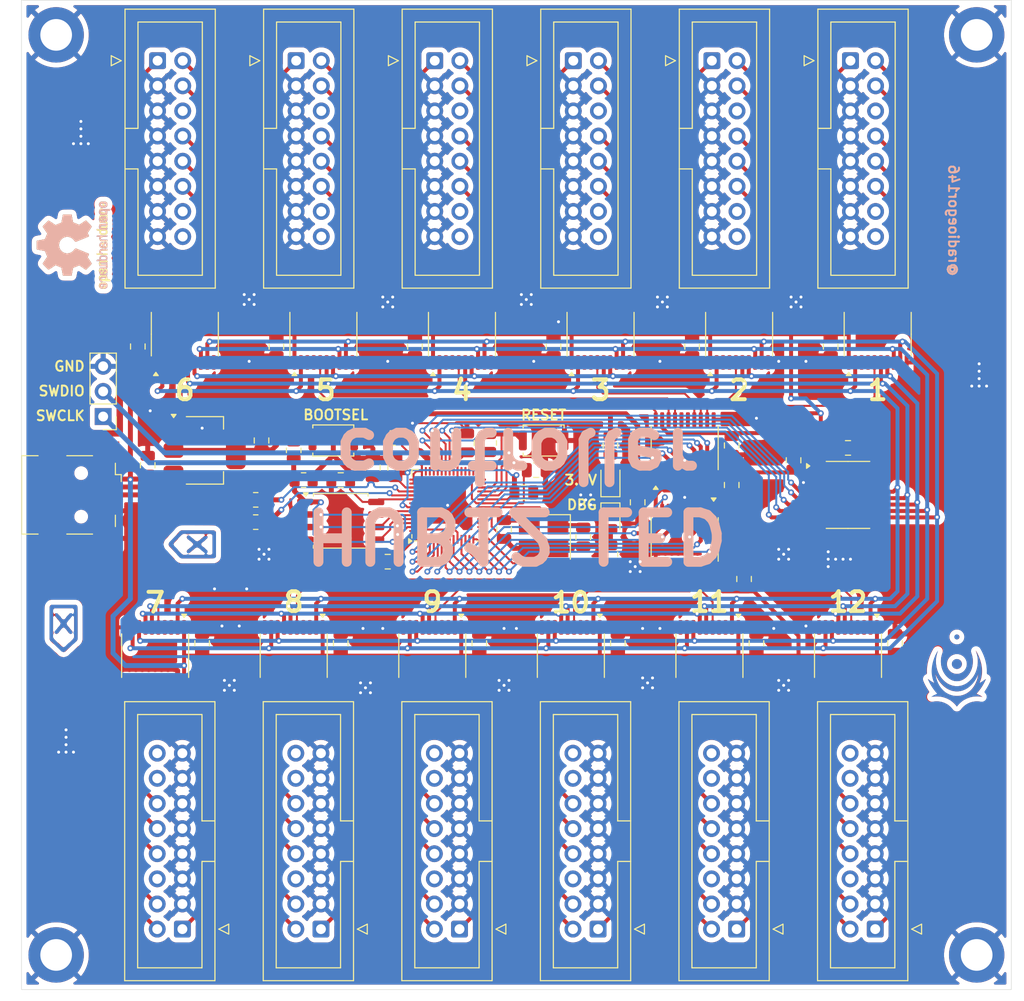
<source format=kicad_pcb>
(kicad_pcb (version 20241229) (generator "pcbnew") (generator_version "9.0")
  (layers (0 "F.Cu" signal) (2 "B.Cu" signal) (13 "F.Paste" user) (15 "B.Paste" user) (5 "F.SilkS" user "F.Silkscreen") (7 "B.SilkS" user "B.Silkscreen") (1 "F.Mask" user) (3 "B.Mask" user) (25 "Edge.Cuts" user))
  (net 0 "")
  (net 1 "GND")
  (net 41 "+5V")
  (net 43 "CLK_1")
  (net 44 "DATA_1")
  (net 45 "OE_1")
  (net 46 "A0_1")
  (net 47 "A1_1")
  (net 48 "LATCH_1")
  (net 49 "DATA_2")
  (net 50 "OE_2")
  (net 51 "A0_2")
  (net 52 "LATCH_2")
  (net 53 "A1_2")
  (net 54 "CLK_2")
  (net 55 "A1_3")
  (net 56 "DATA_3")
  (net 57 "OE_3")
  (net 58 "A0_3")
  (net 59 "CLK_3")
  (net 60 "LATCH_3")
  (net 61 "DATA_4")
  (net 62 "A1_4")
  (net 63 "CLK_4")
  (net 64 "OE_4")
  (net 65 "A0_4")
  (net 66 "LATCH_4")
  (net 67 "A0_5")
  (net 68 "DATA_5")
  (net 69 "LATCH_5")
  (net 70 "A1_5")
  (net 71 "CLK_5")
  (net 72 "OE_5")
  (net 73 "DATA_6")
  (net 74 "A0_6")
  (net 75 "CLK_6")
  (net 76 "A1_6")
  (net 77 "LATCH_6")
  (net 78 "OE_6")
  (net 79 "OE_7")
  (net 80 "A0_7")
  (net 81 "A1_7")
  (net 82 "DATA_7")
  (net 83 "LATCH_7")
  (net 84 "CLK_7")
  (net 85 "LATCH_8")
  (net 86 "DATA_8")
  (net 87 "A0_8")
  (net 88 "OE_8")
  (net 89 "A1_8")
  (net 90 "CLK_8")
  (net 91 "DATA_9")
  (net 92 "CLK_9")
  (net 93 "A1_9")
  (net 94 "OE_9")
  (net 95 "LATCH_9")
  (net 96 "A0_9")
  (net 97 "A1_10")
  (net 98 "OE_10")
  (net 99 "LATCH_10")
  (net 100 "CLK_10")
  (net 101 "DATA_10")
  (net 102 "A0_10")
  (net 103 "LATCH_11")
  (net 104 "OE_11")
  (net 105 "CLK_11")
  (net 106 "A0_11")
  (net 107 "DATA_11")
  (net 108 "A1_11")
  (net 109 "CLK_12")
  (net 110 "OE_12")
  (net 111 "DATA_12")
  (net 112 "A0_12")
  (net 113 "A1_12")
  (net 114 "LATCH_12")
  (net 115 "CLK_5V")
  (net 116 "OE_5V")
  (net 117 "A1_5V")
  (net 118 "A0_5V")
  (net 119 "L_5V")
  (net 120 "D0_5V")
  (net 121 "D1_5V")
  (net 127 "D2_5V")
  (net 133 "D3_5V")
  (net 139 "D4_5V")
  (net 144 "D5_5V")
  (net 148 "D6_5V")
  (net 155 "D7_5V")
  (net 158 "D8_5V")
  (net 163 "D9_5V")
  (net 167 "D10_5V")
  (net 175 "D11_5V")
  (net 176 "+1.1V")
  (net 177 "+3.3V")
  (net 178 "Net-(U1-XIN)")
  (net 179 "Net-(U1-XOUT)")
  (net 180 "USB_D-")
  (net 181 "USB_D+")
  (net 183 "QSPI_SS")
  (net 184 "Net-(R4-Pad1)")
  (net 185 "RUN")
  (net 191 "QSPI_SD3")
  (net 192 "SWDIO")
  (net 195 "QSPI_SD0")
  (net 196 "SWCLK")
  (net 198 "QSPI_SD2")
  (net 200 "QSPI_SCLK")
  (net 201 "QSPI_SD1")
  (net 205 "/Pi Pico/USB_RP_D+")
  (net 206 "/Pi Pico/USB_RP_D-")
  (net 214 "D1")
  (net 215 "D2")
  (net 216 "D3")
  (net 217 "D4")
  (net 218 "D5")
  (net 219 "D0")
  (net 220 "D9")
  (net 221 "D7")
  (net 222 "D8")
  (net 223 "D10")
  (net 224 "D6")
  (net 225 "D11")
  (net 226 "A1")
  (net 227 "L")
  (net 228 "A0")
  (net 229 "CLK")
  (net 230 "OE")
  (net 231 "Net-(D1-A)")
  (net 232 "DEBUG_LED")
  (net 233 "Net-(D2-A)")
  (footprint "Capacitor_SMD:C_0805_2012Metric" (layer "F.Cu") (at 121.75 70 -90)
    (property "Reference" "C31" (hide yes))
    (property "Value" "0.1uF")
  )
  (footprint "Package_SO:TSSOP-20_4.4x6.5mm_P0.65mm" (layer "F.Cu") (at 133.5 75)
    (property "Reference" "U18" (hide yes))
    (property "Value" "TXB0108PW")
  )
  (footprint "Package_SO:TSSOP-20_4.4x6.5mm_P0.65mm" (layer "F.Cu") (at 117 70.25 90)
    (property "Reference" "U16" (hide yes))
    (property "Value" "TXB0108PW")
  )
  (footprint "Package_DFN_QFN:QFN-56-1EP_7x7mm_P0.4mm_EP3.2x3.2mm" (layer "F.Cu") (at 93.05 76.05 90)
    (property "Reference" "U1" (hide yes))
    (property "Value" "RP2040")
  )
  (footprint "MountingHole:MountingHole_3.2mm_M3_DIN965_Pad_TopBottom" (layer "F.Cu") (at 53.5 28.5)
    (property "Reference" "H1" (hide yes))
    (property "Value" "~")
  )
  (footprint "Capacitor_SMD:C_0805_2012Metric" (layer "F.Cu") (at 98.75 78.5 -90)
    (property "Reference" "C27" (hide yes))
    (property "Value" "?")
  )
  (footprint "Resistor_SMD:R_0805_2012Metric" (layer "F.Cu") (at 109.5 81 -90)
    (property "Reference" "R6" (hide yes))
    (property "Value" "200")
  )
  (footprint "Capacitor_SMD:C_0805_2012Metric" (layer "F.Cu") (at 87.75 72.25 90)
    (property "Reference" "C13" (hide yes))
    (property "Value" "0.1uF")
  )
  (footprint "Package_SO:TSSOP-20_4.4x6.5mm_P0.65mm" (layer "F.Cu") (at 91.5 91.25 -90)
    (property "Reference" "U11" (hide yes))
    (property "Value" "74HC245")
  )
  (footprint "MountingHole:MountingHole_3.2mm_M3_DIN965_Pad_TopBottom" (layer "F.Cu") (at 146.5 28.5)
    (property "Reference" "H2" (hide yes))
    (property "Value" "~")
  )
  (footprint "Resistor_SMD:R_0805_2012Metric" (layer "F.Cu") (at 73.6625 75.5)
    (property "Reference" "R2" (hide yes))
    (property "Value" "27.4")
  )
  (footprint "Capacitor_SMD:C_0805_2012Metric" (layer "F.Cu") (at 82.25 73.5 180)
    (property "Reference" "C18" (hide yes))
    (property "Value" "0.1uF")
  )
  (footprint "Package_SO:TSSOP-20_4.4x6.5mm_P0.65mm" (layer "F.Cu") (at 94.5 58.75 90)
    (property "Reference" "U4" (hide yes))
    (property "Value" "74HC245")
  )
  (footprint "Capacitor_SMD:C_0805_2012Metric" (layer "F.Cu") (at 133.5 70.25)
    (property "Reference" "C20" (hide yes))
    (property "Value" "0.1uF")
  )
  (footprint "Connector_IDC:IDC-Header_2x08_P2.54mm_Vertical" (layer "F.Cu") (at 66.2525 118.89 180)
    (property "Reference" "J12" (hide yes))
    (property "Value" "HUB12")
  )
  (footprint "Package_SO:TSSOP-20_4.4x6.5mm_P0.65mm" (layer "F.Cu") (at 108.5 58.75 90)
    (property "Reference" "U5" (hide yes))
    (property "Value" "74HC245")
  )
  (footprint "Connector_USB:USB_Mini-B_Wuerth_65100516121_Horizontal" (layer "F.Cu") (at 56.025 75 -90)
    (property "Reference" "J13" (hide yes))
    (property "Value" "USB")
  )
  (footprint "Package_SO:TSSOP-20_4.4x6.5mm_P0.65mm" (layer "F.Cu") (at 119.5 91.25 -90)
    (property "Reference" "U9" (hide yes))
    (property "Value" "74HC245")
  )
  (footprint "Connector_IDC:IDC-Header_2x08_P2.54mm_Vertical" (layer "F.Cu") (at 80.2525 118.89 180)
    (property "Reference" "J11" (hide yes))
    (property "Value" "HUB12")
  )
  (footprint "Capacitor_SMD:C_0805_2012Metric" (layer "F.Cu") (at 121.75 74 -90)
    (property "Reference" "C29" (hide yes))
    (property "Value" "0.1uF")
  )
  (footprint "Logos:0x08_F_Cu" (layer "F.Cu") (at 67.25 80)
    (property "Reference" "REF**" (hide yes))
    (property "Value" "0x08_F_Cu")
  )
  (footprint "LED_SMD:LED_0805_2012Metric" (layer "F.Cu") (at 109.5 77.5 -90)
    (property "Reference" "D1" (hide yes))
    (property "Value" "DEBUG")
  )
  (footprint "Package_SO:SOIC-8_5.3x5.3mm_P1.27mm" (layer "F.Cu") (at 82.25 77.615)
    (property "Reference" "U15" (hide yes))
    (property "Value" "W25Q128JVS")
  )
  (footprint "Button_Switch_SMD:SW_Push_SPST_NO_Alps_SKRK" (layer "F.Cu") (at 102.75 69.5 180)
    (property "Reference" "SW2" (hide yes))
    (property "Value" "RESET")
  )
  (footprint "Connector_IDC:IDC-Header_2x08_P2.54mm_Vertical" (layer "F.Cu") (at 63.7475 31.11)
    (property "Reference" "J1" (hide yes))
    (property "Value" "HUB12")
  )
  (footprint "Resistor_SMD:R_0805_2012Metric" (layer "F.Cu") (at 109.5 70 90)
    (property "Reference" "R7" (hide yes))
    (property "Value" "200")
  )
  (footprint "Capacitor_SMD:C_0805_2012Metric" (layer "F.Cu") (at 138.25 90 -90)
    (property "Reference" "C12" (hide yes))
    (property "Value" "0.1uF")
  )
  (footprint "Connector_IDC:IDC-Header_2x08_P2.54mm_Vertical" (layer "F.Cu") (at 119.7475 31.11)
    (property "Reference" "J5" (hide yes))
    (property "Value" "HUB12")
  )
  (footprint "Package_TO_SOT_SMD:SOT-223-3_TabPin2" (layer "F.Cu") (at 68.5 70.5)
    (property "Reference" "U14" (hide yes))
    (property "Value" "AMS1117-3.3")
  )
  (footprint "Package_SO:TSSOP-20_4.4x6.5mm_P0.65mm" (layer "F.Cu") (at 105.5 91.25 -90)
    (property "Reference" "U10" (hide yes))
    (property "Value" "74HC245")
  )
  (footprint "Capacitor_SMD:C_0805_2012Metric" (layer "F.Cu") (at 68.25 90 -90)
    (property "Reference" "C7" (hide yes))
    (property "Value" "0.1uF")
  )
  (footprint "Capacitor_SMD:C_0805_2012Metric" (layer "F.Cu") (at 85.5 72.25 90)
    (property "Reference" "C15" (hide yes))
    (property "Value" "1uF")
  )
  (footprint "Capacitor_SMD:C_0805_2012Metric" (layer "F.Cu") (at 74.25 69.5 90)
    (property "Reference" "C25" (hide yes))
    (property "Value" "10uF")
  )
  (footprint "Connector_IDC:IDC-Header_2x08_P2.54mm_Vertical" (layer "F.Cu") (at 105.7475 31.11)
    (property "Reference" "J4" (hide yes))
    (property "Value" "HUB12")
  )
  (footprint "Symbol:OSHW-Logo2_9.8x8mm_SilkScreen" (layer "F.Cu") (at 55.25 49.75 90)
    (property "Reference" "REF**" (hide yes))
    (property "Value" "OSHW-Logo2_9.8x8mm_SilkScreen" (hide yes))
  )
  (footprint "Capacitor_SMD:C_0805_2012Metric" (layer "F.Cu") (at 128 71.5 90)
    (property "Reference" "C19" (hide yes))
    (property "Value" "0.1uF")
  )
  (footprint "Capacitor_SMD:C_0805_2012Metric" (layer "F.Cu") (at 123 83.5 90)
    (property "Reference" "C32" (hide yes))
    (property "Value" "0.1uF")
  )
  (footprint "Capacitor_SMD:C_0805_2012Metric" (layer "F.Cu") (at 131.75 60 -90)
    (property "Reference" "C1" (hide yes))
    (property "Value" "0.1uF")
  )
  (footprint "Connector_IDC:IDC-Header_2x08_P2.54mm_Vertical" (layer "F.Cu") (at 91.7475 31.11)
    (property "Reference" "J3" (hide yes))
    (property "Value" "HUB12")
  )
  (footprint "Capacitor_SMD:C_0805_2012Metric" (layer "F.Cu") (at 124.25 90 -90)
    (property "Reference" "C11" (hide yes))
    (property "Value" "0.1uF")
  )
  (footprint "Capacitor_SMD:C_0805_2012Metric" (layer "F.Cu") (at 102 72.5)
    (property "Reference" "C23" (hide yes))
    (property "Value" "1uF")
  )
  (footprint "Capacitor_SMD:C_0805_2012Metric" (layer "F.Cu") (at 62.75 72 90)
    (property "Reference" "C24" (hide yes))
    (property "Value" "10uF")
  )
  (footprint "Logos:chernoburkv_F_Cu" (layer "F.Cu") (at 144.5 92.75)
    (property "Reference" "REF**" (hide yes))
    (property "Value" "chernoburkv_F_Cu")
  )
  (footprint "Connector_IDC:IDC-Header_2x08_P2.54mm_Vertical" (layer "F.Cu") (at 94.2525 118.89 180)
    (property "Reference" "J10" (hide yes))
    (property "Value" "HUB12")
  )
  (footprint "Capacitor_SMD:C_0805_2012Metric" (layer "F.Cu") (at 95 69.75 90)
    (property "Reference" "C22" (hide yes))
    (property "Value" "0.1uF")
  )
  (footprint "Capacitor_SMD:C_0805_2012Metric" (layer "F.Cu") (at 96.25 90 -90)
    (property "Reference" "C9" (hide yes))
    (property "Value" "0.1uF")
  )
  (footprint "Crystal:Crystal_SMD_3225-4Pin_3.2x2.5mm_HandSoldering" (layer "F.Cu") (at 102.75 79.25 180)
    (property "Reference" "Y1" (hide yes))
    (property "Value" "12MHz")
  )
  (footprint "Capacitor_SMD:C_0805_2012Metric" (layer "F.Cu") (at 110.25 90 -90)
    (property "Reference" "C10" (hide yes))
    (property "Value" "0.1uF")
  )
  (footprint "Capacitor_SMD:C_0805_2012Metric" (layer "F.Cu") (at 112.25 75.75 -90)
    (property "Reference" "C30" (hide yes))
    (property "Value" "0.1uF")
  )
  (footprint "Capacitor_SMD:C_0805_2012Metric" (layer "F.Cu") (at 103.75 60 -90)
    (property "Reference" "C3" (hide yes))
    (property "Value" "0.1uF")
  )
  (footprint "MountingHole:MountingHole_3.2mm_M3_DIN965_Pad_TopBottom" (layer "F.Cu") (at 146.5 121.5)
    (property "Reference" "H4" (hide yes))
    (property "Value" "~")
  )
  (footprint "Connector_IDC:IDC-Header_2x08_P2.54mm_Vertical" (layer "F.Cu") (at 122.2525 118.89 180)
    (property "Reference" "J8" (hide yes))
    (property "Value" "HUB12")
  )
  (footprint "Resistor_SMD:R_0805_2012Metric" (layer "F.Cu") (at 73.6625 77.75 180)
    (property "Reference" "R1" (hide yes))
    (property "Value" "27.4")
  )
  (footprint "Capacitor_SMD:C_0805_2012Metric" (layer "F.Cu") (at 61.75 60 -90)
    (property "Reference" "C6" (hide yes))
    (property "Value" "0.1uF")
  )
  (footprint "Package_SO:TSSOP-20_4.4x6.5mm_P0.65mm" (layer "F.Cu") (at 122.5 58.75 90)
    (property "Reference" "U6" (hide yes))
    (property "Value" "74HC245")
  )
  (footprint "Connector_IDC:IDC-Header_2x08_P2.54mm_Vertical" (layer "F.Cu") (at 136.2525 118.89 180)
    (property "Reference" "J7" (hide yes))
    (property "Value" "HUB12")
  )
  (footprint "Capacitor_SMD:C_0805_2012Metric" (layer "F.Cu") (at 87.5 69.25 180)
    (property "Reference" "C26" (hide yes))
    (property "Value" "0.1uF")
  )
  (footprint "Capacitor_SMD:C_0805_2012Metric" (layer "F.Cu") (at 82.25 90 -90)
    (property "Reference" "C8" (hide yes))
    (property "Value" "0.1uF")
  )
  (footprint "Connector_IDC:IDC-Header_2x08_P2.54mm_Vertical" (layer "F.Cu") (at 108.2525 118.89 180)
    (property "Reference" "J9" (hide yes))
    (property "Value" "HUB12")
  )
  (footprint "Capacitor_SMD:C_0805_2012Metric" (layer "F.Cu") (at 106.75 79.25 -90)
    (property "Reference" "C28" (hide yes))
    (property "Value" "?")
  )
  (footprint "Resistor_SMD:R_0805_2012Metric" (layer "F.Cu") (at 97.25 69.75 -90)
    (property "Reference" "R5" (hide yes))
    (property "Value" "5.1k")
  )
  (footprint "Package_SO:TSSOP-20_4.4x6.5mm_P0.65mm" (layer "F.Cu") (at 80.5 58.75 90)
    (property "Reference" "U3" (hide yes))
    (property "Value" "74HC245")
  )
  (footprint "Symbol:OSHW-Logo2_9.8x8mm_Copper" (layer "F.Cu") (at 55.25 49.75 90)
    (property "Reference" "REF**" (hide yes))
    (property "Value" "OSHW-Logo2_9.8x8mm_Copper" (hide yes))
  )
  (footprint "Package_SO:TSSOP-20_4.4x6.5mm_P0.65mm" (layer "F.Cu") (at 136.5 58.75 90)
    (property "Reference" "U7" (hide yes))
    (property "Value" "74HC245")
  )
  (footprint "Package_SO:TSSOP-20_4.4x6.5mm_P0.65mm" (layer "F.Cu") (at 117 79.5 -90)
    (property "Reference" "U17" (hide yes))
    (property "Value" "TXB0108PW")
  )
  (footprint "Resistor_SMD:R_0805_2012Metric" (layer "F.Cu") (at 77.5 70.5 -90)
    (property "Reference" "R4" (hide yes))
    (property "Value" "5.1k")
  )
  (footprint "Connector_IDC:IDC-Header_2x08_P2.54mm_Vertical" (layer "F.Cu") (at 133.7475 31.11)
    (property "Reference" "J6" (hide yes))
    (property "Value" "HUB12")
  )
  (footprint "Capacitor_SMD:C_0805_2012Metric" (layer "F.Cu") (at 89.75 60 -90)
    (property "Reference" "C4" (hide yes))
    (property "Value" "0.1uF")
  )
  (footprint "Resistor_SMD:R_0805_2012Metric" (layer "F.Cu") (at 78.5 73.5)
    (property "Reference" "R3" (hide yes))
    (property "Value" "5.1k")
  )
  (footprint "MountingHole:MountingHole_3.2mm_M3_DIN965_Pad_TopBottom" (layer "F.Cu") (at 53.5 121.5)
    (property "Reference" "H3" (hide yes))
    (property "Value" "~")
  )
  (footprint "Capacitor_SMD:C_0805_2012Metric" (layer "F.Cu") (at 87 81.75 180)
    (property "Reference" "C21" (hide yes))
    (property "Value" "0.1uF")
  )
  (footprint "Logos:0x08_F_Cu" (layer "F.Cu") (at 54.25 88.5 90)
    (property "Reference" "REF**" (hide yes))
    (property "Value" "0x08_F_Cu")
  )
  (footprint "Button_Switch_SMD:SW_Push_SPST_NO_Alps_SKRK" (layer "F.Cu") (at 81.5 69.5 180)
    (property "Reference" "SW1" (hide yes))
    (property "Value" "BOOTSEL")
  )
  (footprint "Connector_IDC:IDC-Header_2x08_P2.54mm_Vertical" (layer "F.Cu") (at 77.7475 31.11)
    (property "Reference" "J2" (hide yes))
    (property "Value" "HUB12")
  )
  (footprint "LED_SMD:LED_0805_2012Metric" (layer "F.Cu") (at 109.5 73.5 90)
    (property "Reference" "D2" (hide yes))
    (property "Value" "DEBUG")
  )
  (footprint "Connector_PinHeader_2.54mm:PinHeader_1x03_P2.54mm_Vertical" (layer "F.Cu") (at 58.25 67.08 180)
    (property "Reference" "J14" (hide yes))
    (property "Value" "SWD")
  )
  (footprint "Package_SO:TSSOP-20_4.4x6.5mm_P0.65mm" (layer "F.Cu") (at 66.5 58.75 90)
    (property "Reference" "U2" (hide yes))
    (property "Value" "74HC245")
  )
  (footprint "Package_SO:TSSOP-20_4.4x6.5mm_P0.65mm" (layer "F.Cu") (at 77.5 91.25 -90)
    (property "Reference" "U12" (hide yes))
    (property "Value" "74HC245")
  )
  (footprint "Capacitor_SMD:C_0805_2012Metric" (layer "F.Cu") (at 100.75 74.75)
    (property "Reference" "C14" (hide yes))
    (property "Value" "0.1uF")
  )
  (footprint "Package_SO:TSSOP-20_4.4x6.5mm_P0.65mm" (layer "F.Cu") (at 133.5 91.25 -90)
    (property "Reference" "U8" (hide yes))
    (property "Value" "74HC245")
  )
  (footprint "Capacitor_SMD:C_0805_2012Metric" (layer "F.Cu") (at 117.75 60 -90)
    (property "Reference" "C2" (hide yes))
    (property "Value" "0.1uF")
  )
  (footprint "Package_SO:TSSOP-20_4.4x6.5mm_P0.65mm" (layer "F.Cu") (at 63.5 91.25 -90)
    (property "Reference" "U13" (hide yes))
    (property "Value" "74HC245")
  )
  (footprint "Capacitor_SMD:C_0805_2012Metric" (layer "F.Cu") (at 75.75 60 -90)
    (property "Reference" "C5" (hide yes))
    (property "Value" "0.1uF")
  )
  (footprint "Symbol:OSHW-Logo2_9.8x8mm_SilkScreen" (layer "B.Cu") (at 55.25 49.75 -90)
    (property "Reference" "REF**" (hide yes))
    (property "Value" "OSHW-Logo2_9.8x8mm_SilkScreen" (hide yes))
  )
  (footprint "Logos:0x08_F_Cu" (layer "B.Cu") (at 54.25 88.5 90)
    (property "Reference" "REF**" (hide yes))
    (property "Value" "0x08_F_Cu")
  )
  (footprint "Logos:chernoburkv_F_Cu" (layer "B.Cu") (at 144.5 92.75 180)
    (property "Reference" "REF**" (hide yes))
    (property "Value" "chernoburkv_F_Cu")
  )
  (footprint "Symbol:OSHW-Logo2_9.8x8mm_Copper" (layer "B.Cu") (at 55.25 49.75 -90)
    (property "Reference" "REF**" (hide yes))
    (property "Value" "OSHW-Logo2_9.8x8mm_Copper" (hide yes))
  )
  (footprint "Logos:0x08_F_Cu" (layer "B.Cu") (at 67.25 80)
    (property "Reference" "REF**" (hide yes))
    (property "Value" "0x08_F_Cu")
  )
  (gr_rect (start 50 25) (end 150 125) (stroke (width 0.05)) (fill no) (layer "Edge.Cuts"))
  (gr_text "6" (at 66.5 63.25 0) (layer "F.SilkS") (effects (font (size 2 2) (thickness 0.4) (bold yes)) (justify top)))
  (gr_text "1" (at 136.5 63.25 0) (layer "F.SilkS") (effects (font (size 2 2) (thickness 0.4) (bold yes)) (justify top)))
  (gr_text "7" (at 63.5 87.06 0) (layer "F.SilkS") (effects (font (size 2 2) (thickness 0.4) (bold yes)) (justify bottom)))
  (gr_text "3" (at 108.5 63.25 0) (layer "F.SilkS") (effects (font (size 2 2) (thickness 0.4) (bold yes)) (justify top)))
  (gr_text "3.3V" (at 108.25 73.5 0) (layer "F.SilkS") (effects (font (size 1 1) (thickness 0.2) (bold yes)) (justify right)))
  (gr_text "2" (at 122.5 63.25 0) (layer "F.SilkS") (effects (font (size 2 2) (thickness 0.4) (bold yes)) (justify top)))
  (gr_text "DBG" (at 108.25 76 0) (layer "F.SilkS") (effects (font (size 1 1) (thickness 0.2) (bold yes)) (justify right)))
  (gr_text "GND" (at 56.5 62 0) (layer "F.SilkS") (effects (font (size 1 1) (thickness 0.2) (bold yes)) (justify right)))
  (gr_text "10" (at 105.5 87.06 0) (layer "F.SilkS") (effects (font (size 2 2) (thickness 0.4) (bold yes)) (justify bottom)))
  (gr_text "8" (at 77.5 87 0) (layer "F.SilkS") (effects (font (size 2 2) (thickness 0.4) (bold yes)) (justify bottom)))
  (gr_text "11" (at 119.5 87 0) (layer "F.SilkS") (effects (font (size 2 2) (thickness 0.4) (bold yes)) (justify bottom)))
  (gr_text "SWDIO" (at 56.5 64.5 0) (layer "F.SilkS") (effects (font (size 1 1) (thickness 0.2) (bold yes)) (justify right)))
  (gr_text "12" (at 133.5 87 0) (layer "F.SilkS") (effects (font (size 2 2) (thickness 0.4) (bold yes)) (justify bottom)))
  (gr_text "RESET" (at 102.75 67.5 0) (layer "F.SilkS") (effects (font (size 1 1) (thickness 0.2) (bold yes)) (justify bottom)))
  (gr_text "SWCLK" (at 56.5 67 0) (layer "F.SilkS") (effects (font (size 1 1) (thickness 0.2) (bold yes)) (justify right)))
  (gr_text "BOOTSEL" (at 81.75 67.5 0) (layer "F.SilkS") (effects (font (size 1 1) (thickness 0.2) (bold yes)) (justify bottom)))
  (gr_text "5" (at 80.75 63.25 0) (layer "F.SilkS") (effects (font (size 2 2) (thickness 0.4) (bold yes)) (justify top)))
  (gr_text "9" (at 91.5 87 0) (layer "F.SilkS") (effects (font (size 2 2) (thickness 0.4) (bold yes)) (justify bottom)))
  (gr_text "4" (at 94.5 63.25 0) (layer "F.SilkS") (effects (font (size 2 2) (thickness 0.4) (bold yes)) (justify top)))
  (gr_text "@radioegor146" (at 144.75 53 270) (layer "B.SilkS") (effects (font (size 1 1) (thickness 0.2) (bold yes)) (justify left top mirror)))
  (gr_text "HUB12 LED\ncontroller" (at 100 75 180) (layer "B.SilkS") (effects (font (size 5 5) (thickness 1) (bold yes)) (justify mirror)))
  (segment (start 103.948 80.4) (end 101.648 78.1) (width 0.2) (layer "F.Cu") (net 1))
  (segment (start 93.775 92.775) (end 93.5 92.5) (width 0.5) (layer "F.Cu") (net 1))
  (segment (start 78.225 55.8875) (end 78.225 57.225) (width 0.5) (layer "F.Cu") (net 1))
  (segment (start 92.225 55.8875) (end 92.225 57.225) (width 0.5) (layer "F.Cu") (net 1))
  (segment (start 79.775 92.775) (end 79.5 92.5) (width 0.5) (layer "F.Cu") (net 1))
  (segment (start 117.325 73.1125) (end 116.675 73.1125) (width 0.4) (layer "F.Cu") (net 1))
  (segment (start 78.225 57.225) (end 78.5 57.5) (width 0.5) (layer "F.Cu") (net 1))
  (segment (start 117.325 73.1125) (end 117.325 71.825) (width 0.4) (layer "F.Cu") (net 1))
  (segment (start 121.775 94.1125) (end 121.775 92.775) (width 0.5) (layer "F.Cu") (net 1))
  (segment (start 107.775 94.1125) (end 107.775 92.775) (width 0.5) (layer "F.Cu") (net 1))
  (segment (start 107.775 92.775) (end 107.5 92.5) (width 0.5) (layer "F.Cu") (net 1))
  (segment (start 106.225 57.225) (end 106.5 57.5) (width 0.5) (layer "F.Cu") (net 1))
  (segment (start 64.225 57.225) (end 64.5 57.5) (width 0.5) (layer "F.Cu") (net 1))
  (segment (start 120.225 57.225) (end 120.5 57.5) (width 0.5) (layer "F.Cu") (net 1))
  (segment (start 64.225 55.8875) (end 64.225 57.225) (width 0.5) (layer "F.Cu") (net 1))
  (segment (start 98.75 77.55) (end 100.75 77.55) (width 0.5) (layer "F.Cu") (net 1))
  (segment (start 104.2 80.4) (end 103.948 80.4) (width 0.2) (layer "F.Cu") (net 1))
  (segment (start 135.775 94.1125) (end 135.775 92.775) (width 0.5) (layer "F.Cu") (net 1))
  (segment (start 65.775 94.1125) (end 65.775 92.775) (width 0.5) (layer "F.Cu") (net 1))
  (segment (start 93.775 94.1125) (end 93.775 92.775) (width 0.5) (layer "F.Cu") (net 1))
  (segment (start 117.325 71.825) (end 117 71.5) (width 0.4) (layer "F.Cu") (net 1))
  (segment (start 101.648 78.1) (end 101.3 78.1) (width 0.2) (layer "F.Cu") (net 1))
  (segment (start 94.25 67.75) (end 89.5 67.75) (width 0.2) (layer "F.Cu") (net 1))
  (segment (start 106.225 55.8875) (end 106.225 57.225) (width 0.5) (layer "F.Cu") (net 1))
  (segment (start 95 68.8) (end 95 68.5) (width 0.2) (layer "F.Cu") (net 1))
  (segment (start 79.775 94.1125) (end 79.775 92.775) (width 0.5) (layer "F.Cu") (net 1))
  (segment (start 92.225 57.225) (end 92.5 57.5) (width 0.5) (layer "F.Cu") (net 1))
  (segment (start 134.225 55.8875) (end 134.225 57.225) (width 0.5) (layer "F.Cu") (net 1))
  (segment (start 65.775 92.775) (end 65.5 92.5) (width 0.5) (layer "F.Cu") (net 1))
  (segment (start 95 68.5) (end 94.25 67.75) (width 0.2) (layer "F.Cu") (net 1))
  (segment (start 117.325 75.575) (end 117 75.25) (width 0.4) (layer "F.Cu") (net 1))
  (segment (start 135.775 92.775) (end 135.5 92.5) (width 0.5) (layer "F.Cu") (net 1))
  (segment (start 121.775 92.775) (end 121.5 92.5) (width 0.5) (layer "F.Cu") (net 1))
  (segment (start 129.375 73.375) (end 129 73.75) (width 0.4) (layer "F.Cu") (net 1))
  (segment (start 117.325 76.6375) (end 117.325 75.575) (width 0.4) (layer "F.Cu") (net 1))
  (segment (start 134.225 57.225) (end 134.5 57.5) (width 0.5) (layer "F.Cu") (net 1))
  (segment (start 100.75 77.55) (end 101.3 78.1) (width 0.5) (layer "F.Cu") (net 1))
  (segment (start 130.6375 73.375) (end 129.375 73.375) (width 0.4) (layer "F.Cu") (net 1))
  (segment (start 116.675 76.6375) (end 117.325 76.6375) (width 0.4) (layer "F.Cu") (net 1))
  (segment (start 130.6375 74.025) (end 130.6375 73.375) (width 0.4) (layer "F.Cu") (net 1))
  (segment (start 120.225 55.8875) (end 120.225 57.225) (width 0.5) (layer "F.Cu") (net 1))
  (via (at 113.75 93.5) (size 0.6) (drill 0.3) (layers "F.Cu" "B.Cu") (net 1))
  (via (at 100 88.5) (size 0.6) (drill 0.3) (layers "F.Cu" "B.Cu") (net 1))
  (via (at 114.5 88.5) (size 0.6) (drill 0.3) (layers "F.Cu" "B.Cu") (net 1))
  (via (at 56 39.5) (size 0.6) (drill 0.3) (layers "F.Cu" "B.Cu") (net 1))
  (via (at 101.75 61.5) (size 0.6) (drill 0.3) (layers "F.Cu" "B.Cu") (net 1))
  (via (at 70.5 94.75) (size 0.6) (drill 0.3) (layers "F.Cu" "B.Cu") (net 1))
  (via (at 93.05 76.05) (size 0.6) (drill 0.3) (layers "F.Cu" "B.Cu") (net 1))
  (via (at 72.5 54.75) (size 0.6) (drill 0.3) (layers "F.Cu" "B.Cu") (net 1))
  (via (at 72 88.25) (size 0.6) (drill 0.3) (layers "F.Cu" "B.Cu") (net 1))
  (via (at 75 81.5) (size 0.6) (drill 0.3) (layers "F.Cu" "B.Cu") (net 1))
  (via (at 112.5 82.75) (size 0.6) (drill 0.3) (layers "F.Cu" "B.Cu") (net 1))
  (via (at 129.25 88.25) (size 0.6) (drill 0.3) (layers "F.Cu" "B.Cu") (net 1))
  (via (at 71.5 93.75) (size 0.6) (drill 0.3) (layers "F.Cu" "B.Cu") (net 1))
  (via (at 99.25 93.75) (size 0.6) (drill 0.3) (layers "F.Cu" "B.Cu") (net 1))
  (via (at 73 61.5) (size 0.6) (drill 0.3) (layers "F.Cu" "B.Cu") (net 1))
  (via (at 127.5 81.5) (size 0.6) (drill 0.3) (layers "F.Cu" "B.Cu") (net 1))
  (via (at 146.75 61.75) (size 0.6) (drill 0.3) (layers "F.Cu" "B.Cu") (net 1))
  (via (at 126.5 94.75) (size 0.6) (drill 0.3) (layers "F.Cu" "B.Cu") (net 1))
  (via (at 99.25 94.75) (size 0.6) (drill 0.3) (layers "F.Cu" "B.Cu") (net 1))
  (via (at 131.5 81.5) (size 0.6) (drill 0.3) (layers "F.Cu" "B.Cu") (net 1))
  (via (at 113.75 94.5) (size 0.6) (drill 0.3) (layers "F.Cu" "B.Cu") (net 1))
  (via (at 85.25 95) (size 0.6) (drill 0.3) (layers "F.Cu" "B.Cu") (net 1))
  (via (at 115.25 55) (size 0.6) (drill 0.3) (layers "F.Cu" "B.Cu") (net 1))
  (via (at 84.25 94) (size 0.6) (drill 0.3) (layers "F.Cu" "B.Cu") (net 1))
  (via (at 72.75 84.5) (size 0.6) (drill 0.3) (layers "F.Cu" "B.Cu") (net 1))
  (via (at 84.5 88.5) (size 0.6) (drill 0.3) (layers "F.Cu" "B.Cu") (net 1))
  (via (at 111.5 81.75) (size 0.6) (drill 0.3) (layers "F.Cu" "B.Cu") (net 1))
  (via (at 126.5 81.5) (size 0.6) (drill 0.3) (layers "F.Cu" "B.Cu") (net 1))
  (via (at 107.5 75) (size 0.6) (drill 0.3) (layers "F.Cu" "B.Cu") (net 1))
  (via (at 73.5 54.75) (size 0.6) (drill 0.3) (layers "F.Cu" "B.Cu") (net 1))
  (via (at 127 94.25) (size 0.6) (drill 0.3) (layers "F.Cu" "B.Cu") (net 1))
  (via (at 112.5 81.75) (size 0.6) (drill 0.3) (layers "F.Cu" "B.Cu") (net 1))
  (via (at 56 38.75) (size 0.6) (drill 0.3) (layers "F.Cu" "B.Cu") (net 1))
  (via (at 72.5 55.75) (size 0.6) (drill 0.3) (layers "F.Cu" "B.Cu") (net 1))
  (via (at 128.75 55) (size 0.6) (drill 0.3) (layers "F.Cu" "B.Cu") (net 1))
  (via (at 74 80.5) (size 0.6) (drill 0.3) (layers "F.Cu" "B.Cu") (net 1))
  (via (at 127.5 94.75) (size 0.6) (drill 0.3) (layers "F.Cu" "B.Cu") (net 1))
  (via (at 126.5 61.5) (size 0.6) (drill 0.3) (layers "F.Cu" "B.Cu") (net 1))
  (via (at 114.25 55) (size 0.6) (drill 0.3) (layers "F.Cu" "B.Cu") (net 1))
  (via (at 70.5 93.75) (size 0.6) (drill 0.3) (layers "F.Cu" "B.Cu") (net 1))
  (via (at 106.5 76) (size 0.6) (drill 0.3) (layers "F.Cu" "B.Cu") (net 1))
  (via (at 74 81.5) (size 0.6) (drill 0.3) (layers "F.Cu" "B.Cu") (net 1))
  (via (at 126 88.5) (size 0.6) (drill 0.3) (layers "F.Cu" "B.Cu") (net 1))
  (via (at 87.5 55) (size 0.6) (drill 0.3) (layers "F.Cu" "B.Cu") (net 1))
  (via (at 128.25 55.5) (size 0.6) (drill 0.3) (layers "F.Cu" "B.Cu") (net 1))
  (via (at 129.25 61.5) (size 0.6) (drill 0.3) (layers "F.Cu" "B.Cu") (net 1))
  (via (at 63 66.5) (size 0.6) (drill 0.3) (layers "F.Cu" "B.Cu") (net 1))
  (via (at 127.5 93.75) (size 0.6) (drill 0.3) (layers "F.Cu" "B.Cu") (net 1))
  (via (at 146.75 62.5) (size 0.6) (drill 0.3) (layers "F.Cu" "B.Cu") (net 1))
  (via (at 71.5 94.75) (size 0.6) (drill 0.3) (layers "F.Cu" "B.Cu") (net 1))
  (via (at 126.5 93.75) (size 0.6) (drill 0.3) (layers "F.Cu" "B.Cu") (net 1))
  (via (at 131.5 82.25) (size 0.6) (drill 0.3) (layers "F.Cu" "B.Cu") (net 1))
  (via (at 115.25 56) (size 0.6) (drill 0.3) (layers "F.Cu" "B.Cu") (net 1))
  (via (at 112 82.25) (size 0.6) (drill 0.3) (layers "F.Cu" "B.Cu") (net 1))
  (via (at 127 81) (size 0.6) (drill 0.3) (layers "F.Cu" "B.Cu") (net 1))
  (via (at 114.75 55.5) (size 0.6) (drill 0.3) (layers "F.Cu" "B.Cu") (net 1))
  (via (at 117 75.25) (size 0.6) (drill 0.3) (layers "F.Cu" "B.Cu") (net 1))
  (via (at 146 64) (size 0.6) (drill 0.3) (layers "F.Cu" "B.Cu") (net 1))
  (via (at 100.5 55.75) (size 0.6) (drill 0.3) (layers "F.Cu" "B.Cu") (net 1))
  (via (at 56.75 39.5) (size 0.6) (drill 0.3) (layers "F.Cu" "B.Cu") (net 1))
  (via (at 101 55.25) (size 0.6) (drill 0.3) (layers "F.Cu" "B.Cu") (net 1))
  (via (at 53.75 101) (size 0.6) (drill 0.3) (layers "F.Cu" "B.Cu") (net 1))
  (via (at 56 38) (size 0.6) (drill 0.3) (layers "F.Cu" "B.Cu") (net 1))
  (via (at 87 55.5) (size 0.6) (drill 0.3) (layers "F.Cu" "B.Cu") (net 1))
  (via (at 98.75 88.5) (size 0.6) (drill 0.3) (layers "F.Cu" "B.Cu") (net 1))
  (via (at 117 71.5) (size 0.6) (drill 0.3) (layers "F.Cu" "B.Cu") (net 1))
  (via (at 70.25 88.25) (size 0.6) (drill 0.3) (layers "F.Cu" "B.Cu") (net 1))
  (via (at 129 73.75) (size 0.6) (drill 0.3) (layers "F.Cu" "B.Cu") (net 1))
  (via (at 87 61.5) (size 0.6) (drill 0.3) (layers "F.Cu" "B.Cu") (net 1))
  (via (at 112.75 94.5) (size 0.6) (drill 0.3) (layers "F.Cu" "B.Cu") (net 1))
  (via (at 112.75 88.5) (size 0.6) (drill 0.3) (layers "F.Cu" "B.Cu") (net 1))
  (via (at 54.5 100.25) (size 0.6) (drill 0.3) (layers "F.Cu" "B.Cu") (net 1))
  (via (at 131.5 80.75) (size 0.6) (drill 0.3) (layers "F.Cu" "B.Cu") (net 1))
  (via (at 101.5 54.75) (size 0.6) (drill 0.3) (layers "F.Cu" "B.Cu") (net 1))
  (via (at 127.5 80.5) (size 0.6) (drill 0.3) (layers "F.Cu" "B.Cu") (net 1))
  (via (at 71 94.25) (size 0.6) (drill 0.3) (layers "F.Cu" "B.Cu") (net 1))
  (via (at 55.25 101) (size 0.6) (drill 0.3) (layers "F.Cu" "B.Cu") (net 1))
  (via (at 74.5 81) (size 0.6) (drill 0.3) (layers "F.Cu" "B.Cu") (net 1))
  (via (at 107.5 76) (size 0.6) (drill 0.3) (layers "F.Cu" "B.Cu") (net 1))
  (via (at 146.75 63.25) (size 0.6) (drill 0.3) (layers "F.Cu" "B.Cu") (net 1))
  (via (at 133.75 81.5) (size 0.6) (drill 0.3) (layers "F.Cu" "B.Cu") (net 1))
  (via (at 89.5 67.75) (size 0.6) (drill 0.3) (layers "F.Cu" "B.Cu") (net 1))
  (via (at 86.5 88.5) (size 0.6) (drill 0.3) (layers "F.Cu" "B.Cu") (net 1))
  (via (at 73.5 55.75) (size 0.6) (drill 0.3) (layers "F.Cu" "B.Cu") (net 1))
  (via (at 127.75 55) (size 0.6) (drill 0.3) (layers "F.Cu" "B.Cu") (net 1))
  (via (at 86.5 56) (size 0.6) (drill 0.3) (layers "F.Cu" "B.Cu") (net 1))
  (via (at 114.25 56) (size 0.6) (drill 0.3) (layers "F.Cu" "B.Cu") (net 1))
  (via (at 98.25 93.75) (size 0.6) (drill 0.3) (layers "F.Cu" "B.Cu") (net 1))
  (via (at 124.25 67.25) (size 0.6) (drill 0.3) (layers "F.Cu" "B.Cu") (net 1))
  (via (at 54.5 99.5) (size 0.6) (drill 0.3) (layers "F.Cu" "B.Cu") (net 1))
  (via (at 106.5 75) (size 0.6) (drill 0.3) (layers "F.Cu" "B.Cu") (net 1))
  (via (at 54.5 101) (size 0.6) (drill 0.3) (layers "F.Cu" "B.Cu") (net 1))
  (via (at 133 81.5) (size 0.6) (drill 0.3) (layers "F.Cu" "B.Cu") (net 1))
  (via (at 84.75 94.5) (size 0.6) (drill 0.3) (layers "F.Cu" "B.Cu") (net 1))
  (via (at 55.25 39.5) (size 0.6) (drill 0.3) (layers "F.Cu" "B.Cu") (net 1))
  (via (at 69.5 84.5) (size 0.6) (drill 0.3) (layers "F.Cu" "B.Cu") (net 1))
  (via (at 112.75 93.5) (size 0.6) (drill 0.3) (layers "F.Cu" "B.Cu") (net 1))
  (via (at 128.75 56) (size 0.6) (drill 0.3) (layers "F.Cu" "B.Cu") (net 1))
  (via (at 85.25 94) (size 0.6) (drill 0.3) (layers "F.Cu" "B.Cu") (net 1))
  (via (at 84.25 95) (size 0.6) (drill 0.3) (layers "F.Cu" "B.Cu") (net 1))
  (via (at 98.75 94.25) (size 0.6) (drill 0.3) (layers "F.Cu" "B.Cu") (net 1))
  (via (at 101.5 55.75) (size 0.6) (drill 0.3) (layers "F.Cu" "B.Cu") (net 1))
  (via (at 113.25 94) (size 0.6) (drill 0.3) (layers "F.Cu" "B.Cu") (net 1))
  (via (at 107 75.5) (size 0.6) (drill 0.3) (layers "F.Cu" "B.Cu") (net 1))
  (via (at 127.75 56) (size 0.6) (drill 0.3) (layers "F.Cu" "B.Cu") (net 1))
  (via (at 56 37.25) (size 0.6) (drill 0.3) (layers "F.Cu" "B.Cu") (net 1))
  (via (at 98.25 94.75) (size 0.6) (drill 0.3) (layers "F.Cu" "B.Cu") (net 1))
  (via (at 146.75 64) (size 0.6) (drill 0.3) (layers "F.Cu" "B.Cu") (net 1))
  (via (at 126.5 80.5) (size 0.6) (drill 0.3) (layers "F.Cu" "B.Cu") (net 1))
  (via (at 75 80.5) (size 0.6) (drill 0.3) (layers "F.Cu" "B.Cu") (net 1))
  (via (at 111.5 82.75) (size 0.6) (drill 0.3) (layers "F.Cu" "B.Cu") (net 1))
  (via (at 104.25 57.5) (size 0.6) (drill 0.3) (layers "F.Cu" "B.Cu") (net 1))
  (via (at 147.5 64) (size 0.6) (drill 0.3) (layers "F.Cu" "B.Cu") (net 1))
  (via (at 87.5 56) (size 0.6) (drill 0.3) (layers "F.Cu" "B.Cu") (net 1))
  (via (at 132.25 81.5) (size 0.6) (drill 0.3) (layers "F.Cu" "B.Cu") (net 1))
  (via (at 100.5 54.75) (size 0.6) (drill 0.3) (layers "F.Cu" "B.Cu") (net 1))
  (via (at 54.5 98.75) (size 0.6) (drill 0.3) (layers "F.Cu" "B.Cu") (net 1))
  (via (at 68.25 68.25) (size 0.6) (drill 0.3) (layers "F.Cu" "B.Cu") (net 1))
  (via (at 86.5 55) (size 0.6) (drill 0.3) (layers "F.Cu" "B.Cu") (net 1))
  (via (at 73 55.25) (size 0.6) (drill 0.3) (layers "F.Cu" "B.Cu") (net 1))
  (via (at 114.5 61.5) (size 0.6) (drill 0.3) (layers "F.Cu" "B.Cu") (net 1))
  (segment (start 136.425 91.25) (end 136.425 94.3625) (width 0.4) (layer "F.Cu") (net 41))
  (segment (start 122.425 88.3875) (end 122.425 94.1125) (width 0.4) (layer "F.Cu") (net 41))
  (segment (start 119.275 83.161292) (end 120.863708 84.75) (width 0.4) (layer "F.Cu") (net 41))
  (segment (start 108.425 88.3875) (end 108.425 94.1125) (width 0.4) (layer "F.Cu") (net 41))
  (segment (start 61 73.45) (end 61 64.1875) (width 0.5) (layer "F.Cu") (net 41))
  (segment (start 61 73.4) (end 61 73.45) (width 0.5) (layer "F.Cu") (net 41))
  (segment (start 124.75 68.75) (end 115.288708 68.75) (width 0.4) (layer "F.Cu") (net 41))
  (segment (start 136.425 88.6375) (end 136.425 91.25) (width 0.4) (layer "F.Cu") (net 41))
  (segment (start 127.75 58.75) (end 133.5 58.75) (width 0.4) (layer "F.Cu") (net 41))
  (segment (start 62.3 73.4) (end 62.75 72.95) (width 0.5) (layer "F.Cu") (net 41))
  (segment (start 66.425 91.25) (end 128.5 91.25) (width 0.4) (layer "F.Cu") (net 41))
  (segment (start 128.5 91.25) (end 136.25 91.25) (width 0.4) (layer "F.Cu") (net 41))
  (segment (start 115.288708 68.75) (end 114.725 68.186292) (width 0.4) (layer "F.Cu") (net 41))
  (segment (start 136.425 91.25) (end 137.95 91.25) (width 0.4) (layer "F.Cu") (net 41))
  (segment (start 66.425 88.3875) (end 66.425 91.25) (width 0.4) (layer "F.Cu") (net 41))
  (segment (start 77.575 55.8875) (end 77.575 61.6125) (width 0.4) (layer "F.Cu") (net 41))
  (segment (start 119.275 82.3625) (end 119.275 83.161292) (width 0.4) (layer "F.Cu") (net 41))
  (segment (start 66.425 92.25) (end 66.425 94.1125) (width 0.4) (layer "F.Cu") (net 41))
  (segment (start 64.25 58.75) (end 62.05 58.75) (width 0.4) (layer "F.Cu") (net 41))
  (segment (start 120.863708 84.75) (end 124 84.75) (width 0.4) (layer "F.Cu") (net 41))
  (segment (start 66.425 91.25) (end 66.425 92.25) (width 0.4) (layer "F.Cu") (net 41))
  (segment (start 133.575 55.8875) (end 133.575 61.6125) (width 0.4) (layer "F.Cu") (net 41))
  (segment (start 126.75 66.75) (end 124.75 68.75) (width 0.4) (layer "F.Cu") (net 41))
  (segment (start 80.425 88.3875) (end 80.425 94.1125) (width 0.4) (layer "F.Cu") (net 41))
  (segment (start 91.575 55.8875) (end 91.575 61.6125) (width 0.4) (layer "F.Cu") (net 41))
  (segment (start 136.25 91.25) (end 136.425 91.25) (width 0.4) (layer "F.Cu") (net 41))
  (segment (start 62.75 72.95) (end 65.2 72.95) (width 0.5) (layer "F.Cu") (net 41))
  (segment (start 130.75 66.75) (end 126.75 66.75) (width 0.4) (layer "F.Cu") (net 41))
  (segment (start 94.425 88.3875) (end 94.425 94.1125) (width 0.4) (layer "F.Cu") (net 41))
  (segment (start 127.75 65.25) (end 127.75 58.75) (width 0.4) (layer "F.Cu") (net 41))
  (segment (start 58.625 73.4) (end 61 73.4) (width 0.5) (layer "F.Cu") (net 41))
  (segment (start 130.75 68.75) (end 130.75 66.75) (width 0.4) (layer "F.Cu") (net 41))
  (segment (start 65.2 72.95) (end 65.35 72.8) (width 0.5) (layer "F.Cu") (net 41))
  (segment (start 62.05 58.75) (end 61.75 59.05) (width 0.4) (layer "F.Cu") (net 41))
  (segment (start 105.575 55.8875) (end 105.575 61.6125) (width 0.4) (layer "F.Cu") (net 41))
  (segment (start 63.575 58.75) (end 64.25 58.75) (width 0.4) (layer "F.Cu") (net 41))
  (segment (start 136.3625 72.725) (end 134.725 72.725) (width 0.4) (layer "F.Cu") (net 41))
  (segment (start 114.725 68.186292) (end 114.725 67.3875) (width 0.4) (layer "F.Cu") (net 41))
  (segment (start 128.5 89.25) (end 128.5 91.25) (width 0.4) (layer "F.Cu") (net 41))
  (segment (start 119.575 55.8875) (end 119.575 61.6125) (width 0.4) (layer "F.Cu") (net 41))
  (segment (start 61 64.1875) (end 63.575 61.6125) (width 0.5) (layer "F.Cu") (net 41))
  (segment (start 63.575 58.75) (end 63.575 55.8875) (width 0.4) (layer "F.Cu") (net 41))
  (segment (start 134.725 72.725) (end 130.75 68.75) (width 0.4) (layer "F.Cu") (net 41))
  (segment (start 124 84.75) (end 128.5 89.25) (width 0.4) (layer "F.Cu") (net 41))
  (segment (start 63.575 61.6125) (end 63.575 58.75) (width 0.4) (layer "F.Cu") (net 41))
  (segment (start 61 73.4) (end 62.3 73.4) (width 0.5) (layer "F.Cu") (net 41))
  (segment (start 64.25 58.75) (end 127.75 58.75) (width 0.4) (layer "F.Cu") (net 41))
  (segment (start 137.95 91.25) (end 138.25 90.95) (width 0.4) (layer "F.Cu") (net 41))
  (via (at 130.75 66.75) (size 0.6) (drill 0.3) (layers "F.Cu" "B.Cu") (net 41))
  (via (at 66.425 92.25) (size 0.6) (drill 0.3) (layers "F.Cu" "B.Cu") (net 41))
  (via (at 61 73.45) (size 0.6) (drill 0.3) (layers "F.Cu" "B.Cu") (net 41))
  (via (at 127.75 65.25) (size 0.6) (drill 0.3) (layers "F.Cu" "B.Cu") (net 41))
  (segment (start 59.25 87.25) (end 59.25 91) (width 0.5) (layer "B.Cu") (net 41))
  (segment (start 59.25 91) (end 60.5 92.25) (width 0.5) (layer "B.Cu") (net 41))
  (segment (start 129.25 65.25) (end 127.75 65.25) (width 0.4) (layer "B.Cu") (net 41))
  (segment (start 61 85.5) (end 59.25 87.25) (width 0.5) (layer "B.Cu") (net 41))
  (segment (start 61 73.45) (end 61 85.5) (width 0.5) (layer "B.Cu") (net 41))
  (segment (start 130.75 66.75) (end 129.25 65.25) (width 0.4) (layer "B.Cu") (net 41))
  (segment (start 60.5 92.25) (end 66.425 92.25) (width 0.5) (layer "B.Cu") (net 41))
  (segment (start 68.125 52.875) (end 69.5 51.5) (width 0.4) (layer "F.Cu") (net 43))
  (segment (start 69.5 41.84625) (end 66.2875 38.63375) (width 0.4) (layer "F.Cu") (net 43))
  (segment (start 69.5 51.5) (end 69.5 41.84625) (width 0.4) (layer "F.Cu") (net 43))
  (segment (start 68.125 55.6375) (end 68.125 52.875) (width 0.4) (layer "F.Cu") (net 43))
  (segment (start 66.825 52.175) (end 68 51) (width 0.4) (layer "F.Cu") (net 44))
  (segment (start 68 45.5225) (end 66.2875 43.81) (width 0.4) (layer "F.Cu") (net 44))
  (segment (start 66.825 55.6375) (end 66.825 52.175) (width 0.4) (layer "F.Cu") (net 44))
  (segment (start 68 51) (end 68 45.5225) (width 0.4) (layer "F.Cu") (net 44))
  (segment (start 62 50.75) (end 62 32.8575) (width 0.4) (layer "F.Cu") (net 45))
  (segment (start 64.875 53.625) (end 62 50.75) (width 0.4) (layer "F.Cu") (net 45))
  (segment (start 62 32.8575) (end 63.7475 31.11) (width 0.4) (layer "F.Cu") (net 45))
  (segment (start 64.875 55.6375) (end 64.875 53.625) (width 0.4) (layer "F.Cu") (net 45))
  (segment (start 69.425 55.6375) (end 69.425 53.575) (width 0.4) (layer "F.Cu") (net 46))
  (segment (start 69.425 53.575) (end 71 52) (width 0.4) (layer "F.Cu") (net 46))
  (segment (start 71 35.8225) (end 66.2875 31.11) (width 0.4) (layer "F.Cu") (net 46))
  (segment (start 71 52) (end 71 35.8225) (width 0.4) (layer "F.Cu") (net 46))
  (segment (start 70.25 37.5) (end 66.2875 33.5375) (width 0.4) (layer "F.Cu") (net 47))
  (segment (start 70.25 51.75) (end 70.25 37.5) (width 0.4) (layer "F.Cu") (net 47))
  (segment (start 68.775 55.6375) (end 68.775 53.225) (width 0.4) (layer "F.Cu") (net 47))
  (segment (start 68.775 53.225) (end 70.25 51.75) (width 0.4) (layer "F.Cu") (net 47))
  (segment (start 67.475 52.525) (end 68.75 51.25) (width 0.4) (layer "F.Cu") (net 48))
  (segment (start 67.475 55.6375) (end 67.475 52.525) (width 0.4) (layer "F.Cu") (net 48))
  (segment (start 68.75 51.25) (end 68.75 43.7325) (width 0.4) (layer "F.Cu") (net 48))
  (segment (start 68.75 43.7325) (end 66.2875 41.27) (width 0.4) (layer "F.Cu") (net 48))
  (segment (start 82 51) (end 82 45.5225) (width 0.4) (layer "F.Cu") (net 49))
  (segment (start 80.825 52.175) (end 82 51) (width 0.4) (layer "F.Cu") (net 49))
  (segment (start 82 45.5225) (end 80.2875 43.81) (width 0.4) (layer "F.Cu") (net 49))
  (segment (start 80.825 55.6375) (end 80.825 52.175) (width 0.4) (layer "F.Cu") (net 49))
  (segment (start 78.875 55.6375) (end 78.875 53.625) (width 0.4) (layer "F.Cu") (net 50))
  (segment (start 78.875 53.625) (end 76 50.75) (width 0.4) (layer "F.Cu") (net 50))
  (segment (start 76 32.8575) (end 77.7475 31.11) (width 0.4) (layer "F.Cu") (net 50))
  (segment (start 76 50.75) (end 76 32.8575) (width 0.4) (layer "F.Cu") (net 50))
  (segment (start 83.425 55.6375) (end 83.425 53.575) (width 0.4) (layer "F.Cu") (net 51))
  (segment (start 85 35.8225) (end 80.2875 31.11) (width 0.4) (layer "F.Cu") (net 51))
  (segment (start 85 52) (end 85 35.8225) (width 0.4) (layer "F.Cu") (net 51))
  (segment (start 83.425 53.575) (end 85 52) (width 0.4) (layer "F.Cu") (net 51))
  (segment (start 81.475 55.6375) (end 81.475 52.525) (width 0.4) (layer "F.Cu") (net 52))
  (segment (start 82.75 43.7325) (end 80.2875 41.27) (width 0.4) (layer "F.Cu") (net 52))
  (segment (start 81.475 52.525) (end 82.75 51.25) (width 0.4) (layer "F.Cu") (net 52))
  (segment (start 82.75 51.25) (end 82.75 43.7325) (width 0.4) (layer "F.Cu") (net 52))
  (segment (start 84.25 51.75) (end 84.25 37.5) (width 0.4) (layer "F.Cu") (net 53))
  (segment (start 84.25 37.5) (end 80.2875 33.5375) (width 0.4) (layer "F.Cu") (net 53))
  (segment (start 82.775 53.225) (end 84.25 51.75) (width 0.4) (layer "F.Cu") (net 53))
  (segment (start 82.775 55.6375) (end 82.775 53.225) (width 0.4) (layer "F.Cu") (net 53))
  (segment (start 82.125 52.875) (end 83.5 51.5) (width 0.4) (layer "F.Cu") (net 54))
  (segment (start 83.5 41.84625) (end 80.2875 38.63375) (width 0.4) (layer "F.Cu") (net 54))
  (segment (start 83.5 51.5) (end 83.5 41.84625) (width 0.4) (layer "F.Cu") (net 54))
  (segment (start 82.125 55.6375) (end 82.125 52.875) (width 0.4) (layer "F.Cu") (net 54))
  (segment (start 96.775 55.6375) (end 96.775 53.225) (width 0.4) (layer "F.Cu") (net 55))
  (segment (start 98.25 37.5) (end 94.2875 33.5375) (width 0.4) (layer "F.Cu") (net 55))
  (segment (start 98.25 51.75) (end 98.25 37.5) (width 0.4) (layer "F.Cu") (net 55))
  (segment (start 96.775 53.225) (end 98.25 51.75) (width 0.4) (layer "F.Cu") (net 55))
  (segment (start 94.825 55.6375) (end 94.825 52.175) (width 0.4) (layer "F.Cu") (net 56))
  (segment (start 96 51) (end 96 45.5225) (width 0.4) (layer "F.Cu") (net 56))
  (segment (start 96 45.5225) (end 94.2875 43.81) (width 0.4) (layer "F.Cu") (net 56))
  (segment (start 94.825 52.175) (end 96 51) (width 0.4) (layer "F.Cu") (net 56))
  (segment (start 92.875 53.625) (end 90 50.75) (width 0.4) (layer "F.Cu") (net 57))
  (segment (start 90 32.8575) (end 91.7475 31.11) (width 0.4) (layer "F.Cu") (net 57))
  (segment (start 90 50.75) (end 90 32.8575) (width 0.4) (layer "F.Cu") (net 57))
  (segment (start 92.875 55.6375) (end 92.875 53.625) (width 0.4) (layer "F.Cu") (net 57))
  (segment (start 99 52) (end 99 35.8225) (width 0.4) (layer "F.Cu") (net 58))
  (segment (start 97.425 53.575) (end 99 52) (width 0.4) (layer "F.Cu") (net 58))
  (segment (start 97.425 55.6375) (end 97.425 53.575) (width 0.4) (layer "F.Cu") (net 58))
  (segment (start 99 35.8225) (end 94.2875 31.11) (width 0.4) (layer "F.Cu") (net 58))
  (segment (start 96.125 52.875) (end 97.5 51.5) (width 0.4) (layer "F.Cu") (net 59))
  (segment (start 97.5 41.84625) (end 94.2875 38.63375) (width 0.4) (layer "F.Cu") (net 59))
  (segment (start 97.5 51.5) (end 97.5 41.84625) (width 0.4) (layer "F.Cu") (net 59))
  (segment (start 96.125 55.6375) (end 96.125 52.875) (width 0.4) (layer "F.Cu") (net 59))
  (segment (start 96.75 43.7325) (end 94.2875 41.27) (width 0.4) (layer "F.Cu") (net 60))
  (segment (start 95.475 52.525) (end 96.75 51.25) (width 0.4) (layer "F.Cu") (net 60))
  (segment (start 96.75 51.25) (end 96.75 43.7325) (width 0.4) (layer "F.Cu") (net 60))
  (segment (start 95.475 55.6375) (end 95.475 52.525) (width 0.4) (layer "F.Cu") (net 60))
  (segment (start 110 45.5225) (end 108.2875 43.81) (width 0.4) (layer "F.Cu") (net 61))
  (segment (start 108.825 52.175) (end 110 51) (width 0.4) (layer "F.Cu") (net 61))
  (segment (start 108.825 55.6375) (end 108.825 52.175) (width 0.4) (layer "F.Cu") (net 61))
  (segment (start 110 51) (end 110 45.5225) (width 0.4) (layer "F.Cu") (net 61))
  (segment (start 110.775 55.6375) (end 110.775 53.225) (width 0.4) (layer "F.Cu") (net 62))
  (segment (start 112.25 51.75) (end 112.25 37.5) (width 0.4) (layer "F.Cu") (net 62))
  (segment (start 112.25 37.5) (end 108.2875 33.5375) (width 0.4) (layer "F.Cu") (net 62))
  (segment (start 110.775 53.225) (end 112.25 51.75) (width 0.4) (layer "F.Cu") (net 62))
  (segment (start 111.5 41.84625) (end 108.2875 38.63375) (width 0.4) (layer "F.Cu") (net 63))
  (segment (start 110.125 52.875) (end 111.5 51.5) (width 0.4) (layer "F.Cu") (net 63))
  (segment (start 110.125 55.6375) (end 110.125 52.875) (width 0.4) (layer "F.Cu") (net 63))
  (segment (start 111.5 51.5) (end 111.5 41.84625) (width 0.4) (layer "F.Cu") (net 63))
  (segment (start 106.875 53.625) (end 104 50.75) (width 0.4) (layer "F.Cu") (net 64))
  (segment (start 104 50.75) (end 104 32.8575) (width 0.4) (layer "F.Cu") (net 64))
  (segment (start 104 32.8575) (end 105.7475 31.11) (width 0.4) (layer "F.Cu") (net 64))
  (segment (start 106.875 55.6375) (end 106.875 53.625) (width 0.4) (layer "F.Cu") (net 64))
  (segment (start 111.425 53.575) (end 113 52) (width 0.4) (layer "F.Cu") (net 65))
  (segment (start 111.425 55.6375) (end 111.425 53.575) (width 0.4) (layer "F.Cu") (net 65))
  (segment (start 113 52) (end 113 35.8225) (width 0.4) (layer "F.Cu") (net 65))
  (segment (start 113 35.8225) (end 108.2875 31.11) (width 0.4) (layer "F.Cu") (net 65))
  (segment (start 109.475 55.6375) (end 109.475 52.525) (width 0.4) (layer "F.Cu") (net 66))
  (segment (start 109.475 52.525) (end 110.75 51.25) (width 0.4) (layer "F.Cu") (net 66))
  (segment (start 110.75 43.7325) (end 108.2875 41.27) (width 0.4) (layer "F.Cu") (net 66))
  (segment (start 110.75 51.25) (end 110.75 43.7325) (width 0.4) (layer "F.Cu") (net 66))
  (segment (start 125.425 53.575) (end 127 52) (width 0.4) (layer "F.Cu") (net 67))
  (segment (start 127 35.8225) (end 122.2875 31.11) (width 0.4) (layer "F.Cu") (net 67))
  (segment (start 127 52) (end 127 35.8225) (width 0.4) (layer "F.Cu") (net 67))
  (segment (start 125.425 55.6375) (end 125.425 53.575) (width 0.4) (layer "F.Cu") (net 67))
  (segment (start 122.825 55.6375) (end 122.825 52.175) (width 0.4) (layer "F.Cu") (net 68))
  (segment (start 122.825 52.175) (end 124 51) (width 0.4) (layer "F.Cu") (net 68))
  (segment (start 124 45.5225) (end 122.2875 43.81) (width 0.4) (layer "F.Cu") (net 68))
  (segment (start 124 51) (end 124 45.5225) (width 0.4) (layer "F.Cu") (net 68))
  (segment (start 123.475 55.6375) (end 123.475 52.525) (width 0.4) (layer "F.Cu") (net 69))
  (segment (start 124.75 51.25) (end 124.75 43.7325) (width 0.4) (layer "F.Cu") (net 69))
  (segment (start 123.475 52.525) (end 124.75 51.25) (width 0.4) (layer "F.Cu") (net 69))
  (segment (start 124.75 43.7325) (end 122.2875 41.27) (width 0.4) (layer "F.Cu") (net 69))
  (segment (start 126.25 51.75) (end 126.25 37.5) (width 0.4) (layer "F.Cu") (net 70))
  (segment (start 124.775 55.6375) (end 124.775 53.225) (width 0.4) (layer "F.Cu") (net 70))
  (segment (start 124.775 53.225) (end 126.25 51.75) (width 0.4) (layer "F.Cu") (net 70))
  (segment (start 126.25 37.5) (end 122.2875 33.5375) (width 0.4) (layer "F.Cu") (net 70))
  (segment (start 124.125 52.875) (end 125.5 51.5) (width 0.4) (layer "F.Cu") (net 71))
  (segment (start 125.5 41.84625) (end 122.2875 38.63375) (width 0.4) (layer "F.Cu") (net 71))
  (segment (start 125.5 51.5) (end 125.5 41.84625) (width 0.4) (layer "F.Cu") (net 71))
  (segment (start 124.125 55.6375) (end 124.125 52.875) (width 0.4) (layer "F.Cu") (net 71))
  (segment (start 118 50.75) (end 118 32.8575) (width 0.4) (layer "F.Cu") (net 72))
  (segment (start 120.875 55.6375) (end 120.875 53.625) (width 0.4) (layer "F.Cu") (net 72))
  (segment (start 120.875 53.625) (end 118 50.75) (width 0.4) (layer "F.Cu") (net 72))
  (segment (start 118 32.8575) (end 119.7475 31.11) (width 0.4) (layer "F.Cu") (net 72))
  (segment (start 138 51) (end 138 45.5225) (width 0.4) (layer "F.Cu") (net 73))
  (segment (start 138 45.5225) (end 136.2875 43.81) (width 0.4) (layer "F.Cu") (net 73))
  (segment (start 136.825 52.175) (end 138 51) (width 0.4) (layer "F.Cu") (net 73))
  (segment (start 136.825 55.6375) (end 136.825 52.175) (width 0.4) (layer "F.Cu") (net 73))
  (segment (start 139.425 55.6375) (end 139.425 53.575) (width 0.4) (layer "F.Cu") (net 74))
  (segment (start 141 35.8225) (end 136.2875 31.11) (width 0.4) (layer "F.Cu") (net 74))
  (segment (start 139.425 53.575) (end 141 52) (width 0.4) (layer "F.Cu") (net 74))
  (segment (start 141 52) (end 141 35.8225) (width 0.4) (layer "F.Cu") (net 74))
  (segment (start 138.125 55.6375) (end 138.125 52.875) (width 0.4) (layer "F.Cu") (net 75))
  (segment (start 139.5 41.84625) (end 136.2875 38.63375) (width 0.4) (layer "F.Cu") (net 75))
  (segment (start 138.125 52.875) (end 139.5 51.5) (width 0.4) (layer "F.Cu") (net 75))
  (segment (start 139.5 51.5) (end 139.5 41.84625) (width 0.4) (layer "F.Cu") (net 75))
  (segment (start 138.775 55.6375) (end 138.775 53.225) (width 0.4) (layer "F.Cu") (net 76))
  (segment (start 140.25 51.75) (end 140.25 37.5) (width 0.4) (layer "F.Cu") (net 76))
  (segment (start 138.775 53.225) (end 140.25 51.75) (width 0.4) (layer "F.Cu") (net 76))
  (segment (start 140.25 37.5) (end 136.2875 33.5375) (width 0.4) (layer "F.Cu") (net 76))
  (segment (start 137.475 52.525) (end 138.75 51.25) (width 0.4) (layer "F.Cu") (net 77))
  (segment (start 138.75 43.7325) (end 136.2875 41.27) (width 0.4) (layer "F.Cu") (net 77))
  (segment (start 137.475 55.6375) (end 137.475 52.525) (width 0.4) (layer "F.Cu") (net 77))
  (segment (start 138.75 51.25) (end 138.75 43.7325) (width 0.4) (layer "F.Cu") (net 77))
  (segment (start 132 32.8575) (end 133.7475 31.11) (width 0.4) (layer "F.Cu") (net 78))
  (segment (start 132 50.75) (end 132 32.8575) (width 0.4) (layer "F.Cu") (net 78))
  (segment (start 134.875 55.6375) (end 134.875 53.625) (width 0.4) (layer "F.Cu") (net 78))
  (segment (start 134.875 53.625) (end 132 50.75) (width 0.4) (layer "F.Cu") (net 78))
  (segment (start 138 117.1425) (end 136.2525 118.89) (width 0.4) (layer "F.Cu") (net 79))
  (segment (start 135.125 96.375) (end 138 99.25) (width 0.4) (layer "F.Cu") (net 79))
  (segment (start 135.125 94.3625) (end 135.125 96.375) (width 0.4) (layer "F.Cu") (net 79))
  (segment (start 138 99.25) (end 138 117.1425) (width 0.4) (layer "F.Cu") (net 79))
  (segment (start 129 114.1775) (end 133.7125 118.89) (width 0.4) (layer "F.Cu") (net 80))
  (segment (start 130.575 96.425) (end 129 98) (width 0.4) (layer "F.Cu") (net 80))
  (segment (start 130.575 94.3625) (end 130.575 96.425) (width 0.4) (layer "F.Cu") (net 80))
  (segment (start 129 98) (end 129 114.1775) (width 0.4) (layer "F.Cu") (net 80))
  (segment (start 131.225 96.775) (end 129.75 98.25) (width 0.4) (layer "F.Cu") (net 81))
  (segment (start 129.75 112.5) (end 133.7125 116.4625) (width 0.4) (layer "F.Cu") (net 81))
  (segment (start 129.75 98.25) (end 129.75 112.5) (width 0.4) (layer "F.Cu") (net 81))
  (segment (start 131.225 94.3625) (end 131.225 96.775) (width 0.4) (layer "F.Cu") (net 81))
  (segment (start 132 99) (end 132 104.4775) (width 0.4) (layer "F.Cu") (net 82))
  (segment (start 132 104.4775) (end 133.7125 106.19) (width 0.4) (layer "F.Cu") (net 82))
  (segment (start 133.175 97.825) (end 132 99) (width 0.4) (layer "F.Cu") (net 82))
  (segment (start 133.175 94.3625) (end 133.175 97.825) (width 0.4) (layer "F.Cu") (net 82))
  (segment (start 131.25 106.2675) (end 133.7125 108.73) (width 0.4) (layer "F.Cu") (net 83))
  (segment (start 131.25 98.75) (end 131.25 106.2675) (width 0.4) (layer "F.Cu") (net 83))
  (segment (start 132.525 97.475) (end 131.25 98.75) (width 0.4) (layer "F.Cu") (net 83))
  (segment (start 132.525 94.3625) (end 132.525 97.475) (width 0.4) (layer "F.Cu") (net 83))
  (segment (start 131.875 97.125) (end 130.5 98.5) (width 0.4) (layer "F.Cu") (net 84))
  (segment (start 130.5 98.5) (end 130.5 108.15375) (width 0.4) (layer "F.Cu") (net 84))
  (segment (start 130.5 108.15375) (end 133.7125 111.36625) (width 0.4) (layer "F.Cu") (net 84))
  (segment (start 131.875 94.3625) (end 131.875 97.125) (width 0.4) (layer "F.Cu") (net 84))
  (segment (start 118.525 97.475) (end 117.25 98.75) (width 0.4) (layer "F.Cu") (net 85))
  (segment (start 117.25 98.75) (end 117.25 106.2675) (width 0.4) (layer "F.Cu") (net 85))
  (segment (start 118.525 94.3625) (end 118.525 97.475) (width 0.4) (layer "F.Cu") (net 85))
  (segment (start 117.25 106.2675) (end 119.7125 108.73) (width 0.4) (layer "F.Cu") (net 85))
  (segment (start 118 104.4775) (end 119.7125 106.19) (width 0.4) (layer "F.Cu") (net 86))
  (segment (start 119.175 94.3625) (end 119.175 97.825) (width 0.4) (layer "F.Cu") (net 86))
  (segment (start 118 99) (end 118 104.4775) (width 0.4) (layer "F.Cu") (net 86))
  (segment (start 119.175 97.825) (end 118 99) (width 0.4) (layer "F.Cu") (net 86))
  (segment (start 115 98) (end 115 114.1775) (width 0.4) (layer "F.Cu") (net 87))
  (segment (start 115 114.1775) (end 119.7125 118.89) (width 0.4) (layer "F.Cu") (net 87))
  (segment (start 116.575 94.3625) (end 116.575 96.425) (width 0.4) (layer "F.Cu") (net 87))
  (segment (start 116.575 96.425) (end 115 98) (width 0.4) (layer "F.Cu") (net 87))
  (segment (start 124 117.1425) (end 122.2525 118.89) (width 0.4) (layer "F.Cu") (net 88))
  (segment (start 124 99.25) (end 124 117.1425) (width 0.4) (layer "F.Cu") (net 88))
  (segment (start 121.125 94.3625) (end 121.125 96.375) (width 0.4) (layer "F.Cu") (net 88))
  (segment (start 121.125 96.375) (end 124 99.25) (width 0.4) (layer "F.Cu") (net 88))
  (segment (start 117.225 96.775) (end 115.75 98.25) (width 0.4) (layer "F.Cu") (net 89))
  (segment (start 117.225 94.3625) (end 117.225 96.775) (width 0.4) (layer "F.Cu") (net 89))
  (segment (start 115.75 98.25) (end 115.75 112.5) (width 0.4) (layer "F.Cu") (net 89))
  (segment (start 115.75 112.5) (end 119.7125 116.4625) (width 0.4) (layer "F.Cu") (net 89))
  (segment (start 116.5 98.5) (end 116.5 108.15375) (width 0.4) (layer "F.Cu") (net 90))
  (segment (start 117.875 94.3625) (end 117.875 97.125) (width 0.4) (layer "F.Cu") (net 90))
  (segment (start 116.5 108.15375) (end 119.7125 111.36625) (width 0.4) (layer "F.Cu") (net 90))
  (segment (start 117.875 97.125) (end 116.5 98.5) (width 0.4) (layer "F.Cu") (net 90))
  (segment (start 104 99) (end 104 104.4775) (width 0.4) (layer "F.Cu") (net 91))
  (segment (start 105.175 94.3625) (end 105.175 97.825) (width 0.4) (layer "F.Cu") (net 91))
  (segment (start 104 104.4775) (end 105.7125 106.19) (width 0.4) (layer "F.Cu") (net 91))
  (segment (start 105.175 97.825) (end 104 99) (width 0.4) (layer "F.Cu") (net 91))
  (segment (start 102.5 98.5) (end 102.5 108.15375) (width 0.4) (layer "F.Cu") (net 92))
  (segment (start 103.875 94.3625) (end 103.875 97.125) (width 0.4) (layer "F.Cu") (net 92))
  (segment (start 103.875 97.125) (end 102.5 98.5) (width 0.4) (layer "F.Cu") (net 92))
  (segment (start 102.5 108.15375) (end 105.7125 111.36625) (width 0.4) (layer "F.Cu") (net 92))
  (segment (start 101.75 112.5) (end 105.7125 116.4625) (width 0.4) (layer "F.Cu") (net 93))
  (segment (start 101.75 98.25) (end 101.75 112.5) (width 0.4) (layer "F.Cu") (net 93))
  (segment (start 103.225 94.3625) (end 103.225 96.775) (width 0.4) (layer "F.Cu") (net 93))
  (segment (start 103.225 96.775) (end 101.75 98.25) (width 0.4) (layer "F.Cu") (net 93))
  (segment (start 110 117.1425) (end 108.2525 118.89) (width 0.4) (layer "F.Cu") (net 94))
  (segment (start 110 99.25) (end 110 117.1425) (width 0.4) (layer "F.Cu") (net 94))
  (segment (start 107.125 94.3625) (end 107.125 96.375) (width 0.4) (layer "F.Cu") (net 94))
  (segment (start 107.125 96.375) (end 110 99.25) (width 0.4) (layer "F.Cu") (net 94))
  (segment (start 104.525 97.475) (end 103.25 98.75) (width 0.4) (layer "F.Cu") (net 95))
  (segment (start 104.525 94.3625) (end 104.525 97.475) (width 0.4) (layer "F.Cu") (net 95))
  (segment (start 103.25 98.75) (end 103.25 106.2675) (width 0.4) (layer "F.Cu") (net 95))
  (segment (start 103.25 106.2675) (end 105.7125 108.73) (width 0.4) (layer "F.Cu") (net 95))
  (segment (start 101 98) (end 101 114.1775) (width 0.4) (layer "F.Cu") (net 96))
  (segment (start 102.575 96.425) (end 101 98) (width 0.4) (layer "F.Cu") (net 96))
  (segment (start 102.575 94.3625) (end 102.575 96.425) (width 0.4) (layer "F.Cu") (net 96))
  (segment (start 101 114.1775) (end 105.7125 118.89) (width 0.4) (layer "F.Cu") (net 96))
  (segment (start 89.225 96.775) (end 87.75 98.25) (width 0.4) (layer "F.Cu") (net 97))
  (segment (start 89.225 94.3625) (end 89.225 96.775) (width 0.4) (layer "F.Cu") (net 97))
  (segment (start 87.75 112.5) (end 91.7125 116.4625) (width 0.4) (layer "F.Cu") (net 97))
  (segment (start 87.75 98.25) (end 87.75 112.5) (width 0.4) (layer "F.Cu") (net 97))
  (segment (start 96 117.1425) (end 94.2525 118.89) (width 0.4) (layer "F.Cu") (net 98))
  (segment (start 93.125 94.3625) (end 93.125 96.375) (width 0.4) (layer "F.Cu") (net 98))
  (segment (start 93.125 96.375) (end 96 99.25) (width 0.4) (layer "F.Cu") (net 98))
  (segment (start 96 99.25) (end 96 117.1425) (width 0.4) (layer "F.Cu") (net 98))
  (segment (start 90.525 97.475) (end 89.25 98.75) (width 0.4) (layer "F.Cu") (net 99))
  (segment (start 89.25 98.75) (end 89.25 106.2675) (width 0.4) (layer "F.Cu") (net 99))
  (segment (start 90.525 94.3625) (end 90.525 97.475) (width 0.4) (layer "F.Cu") (net 99))
  (segment (start 89.25 106.2675) (end 91.7125 108.73) (width 0.4) (layer "F.Cu") (net 99))
  (segment (start 88.5 108.15375) (end 91.7125 111.36625) (width 0.4) (layer "F.Cu") (net 100))
  (segment (start 89.875 97.125) (end 88.5 98.5) (width 0.4) (layer "F.Cu") (net 100))
  (segment (start 89.875 94.3625) (end 89.875 97.125) (width 0.4) (layer "F.Cu") (net 100))
  (segment (start 88.5 98.5) (end 88.5 108.15375) (width 0.4) (layer "F.Cu") (net 100))
  (segment (start 91.175 94.3625) (end 91.175 97.825) (width 0.4) (layer "F.Cu") (net 101))
  (segment (start 91.175 97.825) (end 90 99) (width 0.4) (layer "F.Cu") (net 101))
  (segment (start 90 104.4775) (end 91.7125 106.19) (width 0.4) (layer "F.Cu") (net 101))
  (segment (start 90 99) (end 90 104.4775) (width 0.4) (layer "F.Cu") (net 101))
  (segment (start 87 114.1775) (end 91.7125 118.89) (width 0.4) (layer "F.Cu") (net 102))
  (segment (start 88.575 94.3625) (end 88.575 96.425) (width 0.4) (layer "F.Cu") (net 102))
  (segment (start 87 98) (end 87 114.1775) (width 0.4) (layer "F.Cu") (net 102))
  (segment (start 88.575 96.425) (end 87 98) (width 0.4) (layer "F.Cu") (net 102))
  (segment (start 75.25 98.75) (end 75.25 106.2675) (width 0.4) (layer "F.Cu") (net 103))
  (segment (start 75.25 106.2675) (end 77.7125 108.73) (width 0.4) (layer "F.Cu") (net 103))
  (segment (start 76.525 94.3625) (end 76.525 97.475) (width 0.4) (layer "F.Cu") (net 103))
  (segment (start 76.525 97.475) (end 75.25 98.75) (width 0.4) (layer "F.Cu") (net 103))
  (segment (start 79.125 94.3625) (end 79.125 96.375) (width 0.4) (layer "F.Cu") (net 104))
  (segment (start 79.125 96.375) (end 82 99.25) (width 0.4) (layer "F.Cu") (net 104))
  (segment (start 82 117.1425) (end 80.2525 118.89) (width 0.4) (layer "F.Cu") (net 104))
  (segment (start 82 99.25) (end 82 117.1425) (width 0.4) (layer "F.Cu") (net 104))
  (segment (start 75.875 94.3625) (end 75.875 97.125) (width 0.4) (layer "F.Cu") (net 105))
  (segment (start 74.5 108.15375) (end 77.7125 111.36625) (width 0.4) (layer "F.Cu") (net 105))
  (segment (start 74.5 98.5) (end 74.5 108.15375) (width 0.4) (layer "F.Cu") (net 105))
  (segment (start 75.875 97.125) (end 74.5 98.5) (width 0.4) (layer "F.Cu") (net 105))
  (segment (start 74.575 96.425) (end 73 98) (width 0.4) (layer "F.Cu") (net 106))
  (segment (start 74.575 94.3625) (end 74.575 96.425) (width 0.4) (layer "F.Cu") (net 106))
  (segment (start 73 114.1775) (end 77.7125 118.89) (width 0.4) (layer "F.Cu") (net 106))
  (segment (start 73 98) (end 73 114.1775) (width 0.4) (layer "F.Cu") (net 106))
  (segment (start 77.175 97.825) (end 76 99) (width 0.4) (layer "F.Cu") (net 107))
  (segment (start 77.175 94.3625) (end 77.175 97.825) (width 0.4) (layer "F.Cu") (net 107))
  (segment (start 76 104.4775) (end 77.7125 106.19) (width 0.4) (layer "F.Cu") (net 107))
  (segment (start 76 99) (end 76 104.4775) (width 0.4) (layer "F.Cu") (net 107))
  (segment (start 75.225 96.775) (end 73.75 98.25) (width 0.4) (layer "F.Cu") (net 108))
  (segment (start 73.75 112.5) (end 77.7125 116.4625) (width 0.4) (layer "F.Cu") (net 108))
  (segment (start 75.225 94.3625) (end 75.225 96.775) (width 0.4) (layer "F.Cu") (net 108))
  (segment (start 73.75 98.25) (end 73.75 112.5) (width 0.4) (layer "F.Cu") (net 108))
  (segment (start 60.5 98.5) (end 60.5 108.15375) (width 0.4) (layer "F.Cu") (net 109))
  (segment (start 60.5 108.15375) (end 63.7125 111.36625) (width 0.4) (layer "F.Cu") (net 109))
  (segment (start 61.875 94.3625) (end 61.875 97.125) (width 0.4) (layer "F.Cu") (net 109))
  (segment (start 61.875 97.125) (end 60.5 98.5) (width 0.4) (layer "F.Cu") (net 109))
  (segment (start 68 117.1425) (end 66.2525 118.89) (width 0.4) (layer "F.Cu") (net 110))
  (segment (start 68 99.25) (end 68 117.1425) (width 0.4) (layer "F.Cu") (net 110))
  (segment (start 65.125 96.375) (end 68 99.25) (width 0.4) (layer "F.Cu") (net 110))
  (segment (start 65.125 94.3625) (end 65.125 96.375) (width 0.4) (layer "F.Cu") (net 110))
  (segment (start 63.175 94.3625) (end 63.175 97.825) (width 0.4) (layer "F.Cu") (net 111))
  (segment (start 62 104.4775) (end 63.7125 106.19) (width 0.4) (layer "F.Cu") (net 111))
  (segment (start 62 99) (end 62 104.4775) (width 0.4) (layer "F.Cu") (net 111))
  (segment (start 63.175 97.825) (end 62 99) (width 0.4) (layer "F.Cu") (net 111))
  (segment (start 59 114.1775) (end 63.7125 118.89) (width 0.4) (layer "F.Cu") (net 112))
  (segment (start 60.575 96.425) (end 59 98) (width 0.4) (layer "F.Cu") (net 112))
  (segment (start 60.575 94.3625) (end 60.575 96.425) (width 0.4) (layer "F.Cu") (net 112))
  (segment (start 59 98) (end 59 114.1775) (width 0.4) (layer "F.Cu") (net 112))
  (segment (start 61.225 96.775) (end 59.75 98.25) (width 0.4) (layer "F.Cu") (net 113))
  (segment (start 61.225 94.3625) (end 61.225 96.775) (width 0.4) (layer "F.Cu") (net 113))
  (segment (start 59.75 112.5) (end 63.7125 116.4625) (width 0.4) (layer "F.Cu") (net 113))
  (segment (start 59.75 98.25) (end 59.75 112.5) (width 0.4) (layer "F.Cu") (net 113))
  (segment (start 62.525 97.475) (end 61.25 98.75) (width 0.4) (layer "F.Cu") (net 114))
  (segment (start 62.525 94.3625) (end 62.525 97.475) (width 0.4) (layer "F.Cu") (net 114))
  (segment (start 61.25 98.75) (end 61.25 106.2675) (width 0.4) (layer "F.Cu") (net 114))
  (segment (start 61.25 106.2675) (end 63.7125 108.73) (width 0.4) (layer "F.Cu") (net 114))
  (segment (start 76.525 87.275) (end 76.25 87) (width 0.4) (layer "F.Cu") (net 115))
  (segment (start 109.475 62.725) (end 109.75 63) (width 0.4) (layer "F.Cu") (net 115))
  (segment (start 67.475 61.6125) (end 67.475 62.725) (width 0.4) (layer "F.Cu") (net 115))
  (segment (start 90.525 87.275) (end 90.25 87) (width 0.4) (layer "F.Cu") (net 115))
  (segment (start 118.525 87.275) (end 118.25 87) (width 0.4) (layer "F.Cu") (net 115))
  (segment (start 95.475 62.725) (end 95.75 63) (width 0.4) (layer "F.Cu") (net 115))
  (segment (start 81.475 62.725) (end 81.75 63) (width 0.4) (layer "F.Cu") (net 115))
  (segment (start 132.525 88.3875) (end 132.525 87.275) (width 0.4) (layer "F.Cu") (net 115))
  (segment (start 123.475 62.725) (end 123.75 63) (width 0.4) (layer "F.Cu") (net 115))
  (segment (start 90.525 88.3875) (end 90.525 87.275) (width 0.4) (layer "F.Cu") (net 115))
  (segment (start 118.525 88.3875) (end 118.525 87.275) (width 0.4) (layer "F.Cu") (net 115))
  (segment (start 137.475 62.725) (end 137.75 63) (width 0.4) (layer "F.Cu") (net 115))
  (segment (start 104.525 87.275) (end 104.25 87) (width 0.4) (layer "F.Cu") (net 115))
  (segment (start 95.475 61.6125) (end 95.475 62.725) (width 0.4) (layer "F.Cu") (net 115))
  (segment (start 62.525 88.3875) (end 62.525 87.275) (width 0.4) (layer "F.Cu") (net 115))
  (segment (start 137.475 61.6125) (end 137.475 62.725) (width 0.4) (layer "F.Cu") (net 115))
  (segment (start 81.475 61.6125) (end 81.475 62.725) (width 0.4) (layer "F.Cu") (net 115))
  (segment (start 67.475 62.725) (end 67.75 63) (width 0.4) (layer "F.Cu") (net 115))
  (segment (start 132.525 87.275) (end 132.25 87) (width 0.4) (layer "F.Cu") (net 115))
  (segment (start 76.525 88.3875) (end 76.525 87.275) (width 0.4) (layer "F.Cu") (net 115))
  (segment (start 62.525 87.275) (end 62.25 87) (width 0.4) (layer "F.Cu") (net 115))
  (segment (start 104.525 88.3875) (end 104.525 87.275) (width 0.4) (layer "F.Cu") (net 115))
  (segment (start 140.5 75.75) (end 140.275 75.975) (width 0.4) (layer "F.Cu") (net 115))
  (segment (start 123.475 61.6125) (end 123.475 62.725) (width 0.4) (layer "F.Cu") (net 115))
  (segment (start 140.275 75.975) (end 136.3625 75.975) (width 0.4) (layer "F.Cu") (net 115))
  (segment (start 109.475 61.6125) (end 109.475 62.725) (width 0.4) (layer "F.Cu") (net 115))
  (via (at 109.75 63) (size 0.6) (drill 0.3) (layers "F.Cu" "B.Cu") (net 115))
  (via (at 81.75 63) (size 0.6) (drill 0.3) (layers "F.Cu" "B.Cu") (net 115))
  (via (at 140.5 75.75) (size 0.6) (drill 0.3) (layers "F.Cu" "B.Cu") (net 115))
  (via (at 137.75 63) (size 0.6) (drill 0.3) (layers "F.Cu" "B.Cu") (net 115))
  (via (at 104.25 87) (size 0.6) (drill 0.3) (layers "F.Cu" "B.Cu") (net 115))
  (via (at 95.75 63) (size 0.6) (drill 0.3) (layers "F.Cu" "B.Cu") (net 115))
  (via (at 90.25 87) (size 0.6) (drill 0.3) (layers "F.Cu" "B.Cu") (net 115))
  (via (at 76.25 87) (size 0.6) (drill 0.3) (layers "F.Cu" "B.Cu") (net 115))
  (via (at 118.25 87) (size 0.6) (drill 0.3) (layers "F.Cu" "B.Cu") (net 115))
  (via (at 132.25 87) (size 0.6) (drill 0.3) (layers "F.Cu" "B.Cu") (net 115))
  (via (at 123.75 63) (size 0.6) (drill 0.3) (layers "F.Cu" "B.Cu") (net 115))
  (via (at 67.75 63) (size 0.6) (drill 0.3) (layers "F.Cu" "B.Cu") (net 115))
  (via (at 62.25 87) (size 0.6) (drill 0.3) (layers "F.Cu" "B.Cu") (net 115))
  (segment (start 137.75 63) (end 140.5 65.75) (width 0.4) (layer "B.Cu") (net 115))
  (segment (start 138.75 87) (end 132.25 87) (width 0.4) (layer "B.Cu") (net 115))
  (segment (start 140.5 85.25) (end 138.75 87) (width 0.4) (layer "B.Cu") (net 115))
  (segment (start 140.5 65.75) (end 140.5 75.75) (width 0.4) (layer "B.Cu") (net 115))
  (segment (start 132.25 87) (end 62.25 87) (width 0.4) (layer "B.Cu") (net 115))
  (segment (start 95.75 63) (end 137.75 63) (width 0.4) (layer "B.Cu") (net 115))
  (segment (start 95.75 63) (end 67.75 63) (width 0.4) (layer "B.Cu") (net 115))
  (segment (start 140.5 75.75) (end 140.5 85.25) (width 0.4) (layer "B.Cu") (net 115))
  (segment (start 65.775 88.3875) (end 65.775 85.975) (width 0.4) (layer "F.Cu") (net 116))
  (segment (start 120.225 61.6125) (end 120.225 64.025) (width 0.4) (layer "F.Cu") (net 116))
  (segment (start 64.225 61.6125) (end 64.225 64.025) (width 0.4) (layer "F.Cu") (net 116))
  (segment (start 93.775 88.3875) (end 93.775 85.975) (width 0.4) (layer "F.Cu") (net 116))
  (segment (start 65.775 85.975) (end 66.25 85.5) (width 0.4) (layer "F.Cu") (net 116))
  (segment (start 107.775 85.975) (end 108.25 85.5) (width 0.4) (layer "F.Cu") (net 116))
  (segment (start 106.225 61.6125) (end 106.225 64.025) (width 0.4) (layer "F.Cu") (net 116))
  (segment (start 134.225 61.6125) (end 134.225 64.025) (width 0.4) (layer "F.Cu") (net 116))
  (segment (start 134.225 64.025) (end 133.75 64.5) (width 0.4) (layer "F.Cu") (net 116))
  (segment (start 78.225 61.6125) (end 78.225 64.025) (width 0.4) (layer "F.Cu") (net 116))
  (segment (start 92.225 61.6125) (end 92.225 64.025) (width 0.4) (layer "F.Cu") (net 116))
  (segment (start 92.225 64.025) (end 91.75 64.5) (width 0.4) (layer "F.Cu") (net 116))
  (segment (start 93.775 85.975) (end 94.25 85.5) (width 0.4) (layer "F.Cu") (net 116))
  (segment (start 138.075 74.675) (end 136.3625 74.675) (width 0.4) (layer "F.Cu") (net 116))
  (segment (start 64.225 64.025) (end 63.75 64.5) (width 0.4) (layer "F.Cu") (net 116))
  (segment (start 78.225 64.025) (end 77.75 64.5) (width 0.4) (layer "F.Cu") (net 116))
  (segment (start 106.225 64.025) (end 105.75 64.5) (width 0.4) (layer "F.Cu") (net 116))
  (segment (start 135.775 88.3875) (end 135.775 85.975) (width 0.4) (layer "F.Cu") (net 116))
  (segment (start 121.775 88.3875) (end 121.775 85.975) (width 0.4) (layer "F.Cu") (net 116))
  (segment (start 79.775 88.3875) (end 79.775 85.975) (width 0.4) (layer "F.Cu") (net 116))
  (segment (start 120.225 64.025) (end 119.75 64.5) (width 0.4) (layer "F.Cu") (net 116))
  (segment (start 107.775 88.3875) (end 107.775 85.975) (width 0.4) (layer "F.Cu") (net 116))
  (segment (start 79.775 85.975) (end 80.25 85.5) (width 0.4) (layer "F.Cu") (net 116))
  (segment (start 135.775 85.975) (end 136.25 85.5) (width 0.4) (layer "F.Cu") (net 116))
  (segment (start 138.5 74.25) (end 138.075 74.675) (width 0.4) (layer "F.Cu") (net 116))
  (segment (start 121.775 85.975) (end 122.25 85.5) (width 0.4) (layer "F.Cu") (net 116))
  (via (at 119.75 64.5) (size 0.6) (drill 0.3) (layers "F.Cu" "B.Cu") (net 116))
  (via (at 108.25 85.5) (size 0.6) (drill 0.3) (layers "F.Cu" "B.Cu") (net 116))
  (via (at 136.25 85.5) (size 0.6) (drill 0.3) (layers "F.Cu" "B.Cu") (net 116))
  (via (at 80.25 85.5) (size 0.6) (drill 0.3) (layers "F.Cu" "B.Cu") (net 116))
  (via (at 133.75 64.5) (size 0.6) (drill 0.3) (layers "F.Cu" "B.Cu") (net 116))
  (via (at 138.5 74.25) (size 0.6) (drill 0.3) (layers "F.Cu" "B.Cu") (net 116))
  (via (at 63.75 64.5) (size 0.6) (drill 0.3) (layers "F.Cu" "B.Cu") (net 116))
  (via (at 66.25 85.5) (size 0.6) (drill 0.3) (layers "F.Cu" "B.Cu") (net 116))
  (via (at 105.75 64.5) (size 0.6) (drill 0.3) (layers "F.Cu" "B.Cu") (net 116))
  (via (at 77.75 64.5) (size 0.6) (drill 0.3) (layers "F.Cu" "B.Cu") (net 116))
  (via (at 94.25 85.5) (size 0.6) (drill 0.3) (layers "F.Cu" "B.Cu") (net 116))
  (via (at 91.75 64.5) (size 0.6) (drill 0.3) (layers "F.Cu" "B.Cu") (net 116))
  (via (at 122.25 85.5) (size 0.6) (drill 0.3) (layers "F.Cu" "B.Cu") (net 116))
  (segment (start 136.25 85.5) (end 137.75 85.5) (width 0.4) (layer "B.Cu") (net 116))
  (segment (start 138.5 84.75) (end 138.5 74.25) (width 0.4) (layer "B.Cu") (net 116))
  (segment (start 136.75 64.5) (end 133.75 64.5) (width 0.4) (layer "B.Cu") (net 116))
  (segment (start 133.75 64.5) (end 63.75 64.5) (width 0.4) (layer "B.Cu") (net 116))
  (segment (start 138.5 74.25) (end 138.5 66.25) (width 0.4) (layer "B.Cu") (net 116))
  (segment (start 137.75 85.5) (end 138.5 84.75) (width 0.4) (layer "B.Cu") (net 116))
  (segment (start 66.25 85.5) (end 136.25 85.5) (width 0.4) (layer "B.Cu") (net 116))
  (segment (start 138.5 66.25) (end 136.75 64.5) (width 0.4) (layer "B.Cu") (net 116))
  (segment (start 138.125 61.6125) (end 138.125 60.375) (width 0.4) (layer "F.Cu") (net 117))
  (segment (start 96.125 61.6125) (end 96.125 60.375) (width 0.4) (layer "F.Cu") (net 117))
  (segment (start 82.125 60.375) (end 82 60.25) (width 0.4) (layer "F.Cu") (net 117))
  (segment (start 131.875 89.625) (end 132 89.75) (width 0.4) (layer "F.Cu") (net 117))
  (segment (start 68.125 61.6125) (end 68.125 60.375) (width 0.4) (layer "F.Cu") (net 117))
  (segment (start 124.125 60.375) (end 124 60.25) (width 0.4) (layer "F.Cu") (net 117))
  (segment (start 89.875 88.3875) (end 89.875 89.625) (width 0.4) (layer "F.Cu") (net 117))
  (segment (start 110.125 61.6125) (end 110.125 60.375) (width 0.4) (layer "F.Cu") (net 117))
  (segment (start 141.5 76.5) (end 141.375 76.625) (width 0.4) (layer "F.Cu") (net 117))
  (segment (start 82.125 61.6125) (end 82.125 60.375) (width 0.4) (layer "F.Cu") (net 117))
  (segment (start 103.875 89.625) (end 104 89.75) (width 0.4) (layer "F.Cu") (net 117))
  (segment (start 124.125 61.6125) (end 124.125 60.375) (width 0.4) (layer "F.Cu") (net 117))
  (segment (start 141.375 76.625) (end 136.3625 76.625) (width 0.4) (layer "F.Cu") (net 117))
  (segment (start 68.125 60.375) (end 68 60.25) (width 0.4) (layer "F.Cu") (net 117))
  (segment (start 75.875 88.3875) (end 75.875 89.625) (width 0.4) (layer "F.Cu") (net 117))
  (segment (start 61.875 89.625) (end 62 89.75) (width 0.4) (layer "F.Cu") (net 117))
  (segment (start 103.875 88.3875) (end 103.875 89.625) (width 0.4) (layer "F.Cu") (net 117))
  (segment (start 110.125 60.375) (end 110 60.25) (width 0.4) (layer "F.Cu") (net 117))
  (segment (start 89.875 89.625) (end 90 89.75) (width 0.4) (layer "F.Cu") (net 117))
  (segment (start 75.875 89.625) (end 76 89.75) (width 0.4) (layer "F.Cu") (net 117))
  (segment (start 138.125 60.375) (end 138 60.25) (width 0.4) (layer "F.Cu") (net 117))
  (segment (start 96.125 60.375) (end 96 60.25) (width 0.4) (layer "F.Cu") (net 117))
  (segment (start 117.875 88.3875) (end 117.875 89.625) (width 0.4) (layer "F.Cu") (net 117))
  (segment (start 61.875 88.3875) (end 61.875 89.625) (width 0.4) (layer "F.Cu") (net 117))
  (segment (start 117.875 89.625) (end 118 89.75) (width 0.4) (layer "F.Cu") (net 117))
  (segment (start 131.875 88.3875) (end 131.875 89.625) (width 0.4) (layer "F.Cu") (net 117))
  (via (at 138 60.25) (size 0.6) (drill 0.3) (layers "F.Cu" "B.Cu") (net 117))
  (via (at 132 89.75) (size 0.6) (drill 0.3) (layers "F.Cu" "B.Cu") (net 117))
  (via (at 110 60.25) (size 0.6) (drill 0.3) (layers "F.Cu" "B.Cu") (net 117))
  (via (at 96 60.25) (size 0.6) (drill 0.3) (layers "F.Cu" "B.Cu") (net 117))
  (via (at 141.5 76.5) (size 0.6) (drill 0.3) (layers "F.Cu" "B.Cu") (net 117))
  (via (at 124 60.25) (size 0.6) (drill 0.3) (layers "F.Cu" "B.Cu") (net 117))
  (via (at 76 89.75) (size 0.6) (drill 0.3) (layers "F.Cu" "B.Cu") (net 117))
  (via (at 90 89.75) (size 0.6) (drill 0.3) (layers "F.Cu" "B.Cu") (net 117))
  (via (at 82 60.25) (size 0.6) (drill 0.3) (layers "F.Cu" "B.Cu") (net 117))
  (via (at 62 89.75) (size 0.6) (drill 0.3) (layers "F.Cu" "B.Cu") (net 117))
  (via (at 118 89.75) (size 0.6) (drill 0.3) (layers "F.Cu" "B.Cu") (net 117))
  (via (at 104 89.75) (size 0.6) (drill 0.3) (layers "F.Cu" "B.Cu") (net 117))
  (via (at 68 60.25) (size 0.6) (drill 0.3) (layers "F.Cu" "B.Cu") (net 117))
  (segment (start 141.5 62.875) (end 141.5 76.5) (width 0.4) (layer "B.Cu") (net 117))
  (segment (start 132 89.75) (end 62 89.75) (width 0.4) (layer "B.Cu") (net 117))
  (segment (start 138 60.25) (end 138.875 60.25) (width 0.4) (layer "B.Cu") (net 117))
  (segment (start 138.875 60.25) (end 141.5 62.875) (width 0.4) (layer "B.Cu") (net 117))
  (segment (start 141.5 76.5) (end 141.5 85.5) (width 0.4) (layer "B.Cu") (net 117))
  (segment (start 141.5 85.5) (end 137.25 89.75) (width 0.4) (layer "B.Cu") (net 117))
  (segment (start 138 60.25) (end 68 60.25) (width 0.4) (layer "B.Cu") (net 117))
  (segment (start 137.25 89.75) (end 132 89.75) (width 0.4) (layer "B.Cu") (net 117))
  (segment (start 103.225 88.3875) (end 103.225 90.275) (width 0.4) (layer "F.Cu") (net 118))
  (segment (start 110.775 61.6125) (end 110.775 59.725) (width 0.4) (layer "F.Cu") (net 118))
  (segment (start 142.475 77.275) (end 136.3625 77.275) (width 0.4) (layer "F.Cu") (net 118))
  (segment (start 117.225 90.275) (end 117 90.5) (width 0.4) (layer "F.Cu") (net 118))
  (segment (start 131.225 90.275) (end 131 90.5) (width 0.4) (layer "F.Cu") (net 118))
  (segment (start 117.225 88.3875) (end 117.225 90.275) (width 0.4) (layer "F.Cu") (net 118))
  (segment (start 61.225 90.275) (end 61 90.5) (width 0.4) (layer "F.Cu") (net 118))
  (segment (start 131.225 88.3875) (end 131.225 90.275) (width 0.4) (layer "F.Cu") (net 118))
  (segment (start 82.775 61.6125) (end 82.775 59.725) (width 0.4) (layer "F.Cu") (net 118))
  (segment (start 75.225 90.275) (end 75 90.5) (width 0.4) (layer "F.Cu") (net 118))
  (segment (start 103.225 90.275) (end 103 90.5) (width 0.4) (layer "F.Cu") (net 118))
  (segment (start 68.775 61.6125) (end 68.775 59.725) (width 0.4) (layer "F.Cu") (net 118))
  (segment (start 142.5 77.25) (end 142.475 77.275) (width 0.4) (layer "F.Cu") (net 118))
  (segment (start 138.775 59.725) (end 138.775 61.6125) (width 0.4) (layer "F.Cu") (net 118))
  (segment (start 68.775 59.725) (end 69 59.5) (width 0.4) (layer "F.Cu") (net 118))
  (segment (start 82.775 59.725) (end 83 59.5) (width 0.4) (layer "F.Cu") (net 118))
  (segment (start 61.225 88.3875) (end 61.225 90.275) (width 0.4) (layer "F.Cu") (net 118))
  (segment (start 124.775 59.725) (end 125 59.5) (width 0.4) (layer "F.Cu") (net 118))
  (segment (start 110.775 59.725) (end 111 59.5) (width 0.4) (layer "F.Cu") (net 118))
  (segment (start 75.225 88.3875) (end 75.225 90.275) (width 0.4) (layer "F.Cu") (net 118))
  (segment (start 124.775 61.6125) (end 124.775 59.725) (width 0.4) (layer "F.Cu") (net 118))
  (segment (start 89.225 88.3875) (end 89.225 90.275) (width 0.4) (layer "F.Cu") (net 118))
  (segment (start 96.775 61.6125) (end 96.775 59.725) (width 0.4) (layer "F.Cu") (net 118))
  (segment (start 89.225 90.275) (end 89 90.5) (width 0.4) (layer "F.Cu") (net 118))
  (segment (start 96.775 59.725) (end 97 59.5) (width 0.4) (layer "F.Cu") (net 118))
  (segment (start 139 59.5) (end 138.775 59.725) (width 0.4) (layer "F.Cu") (net 118))
  (via (at 103 90.5) (size 0.6) (drill 0.3) (layers "F.Cu" "B.Cu") (net 118))
  (via (at 61 90.5) (size 0.6) (drill 0.3) (layers "F.Cu" "B.Cu") (net 118))
  (via (at 117 90.5) (size 0.6) (drill 0.3) (layers "F.Cu" "B.Cu") (net 118))
  (via (at 97 59.5) (size 0.6) (drill 0.3) (layers "F.Cu" "B.Cu") (net 118))
  (via (at 139 59.5) (size 0.6) (drill 0.3) (layers "F.Cu" "B.Cu") (net 118))
  (via (at 75 90.5) (size 0.6) (drill 0.3) (layers "F.Cu" "B.Cu") (net 118))
  (via (at 142.5 77.25) (size 0.6) (drill 0.3) (layers "F.Cu" "B.Cu") (net 118))
  (via (at 89 90.5) (size 0.6) (drill 0.3) (layers "F.Cu" "B.Cu") (net 118))
  (via (at 83 59.5) (size 0.6) (drill 0.3) (layers "F.Cu" "B.Cu") (net 118))
  (via (at 111 59.5) (size 0.6) (drill 0.3) (layers "F.Cu" "B.Cu") (net 118))
  (via (at 69 59.5) (size 0.6) (drill 0.3) (layers "F.Cu" "B.Cu") (net 118))
  (via (at 125 59.5) (size 0.6) (drill 0.3) (layers "F.Cu" "B.Cu") (net 118))
  (via (at 131 90.5) (size 0.6) (drill 0.3) (layers "F.Cu" "B.Cu") (net 118))
  (segment (start 131 90.5) (end 137.75 90.5) (width 0.4) (layer "B.Cu") (net 118))
  (segment (start 142.5 62.75) (end 139.25 59.5) (width 0.4) (layer "B.Cu") (net 118))
  (segment (start 142.5 85.75) (end 142.5 77.25) (width 0.4) (layer "B.Cu") (net 118))
  (segment (start 142.5 77.25) (end 142.5 62.75) (width 0.4) (layer "B.Cu") (net 118))
  (segment (start 139 59.5) (end 69 59.5) (width 0.4) (layer "B.Cu") (net 118))
  (segment (start 61 90.5) (end 131 90.5) (width 0.4) (layer "B.Cu") (net 118))
  (segment (start 139.25 59.5) (end 139 59.5) (width 0.4) (layer "B.Cu") (net 118))
  (segment (start 137.75 90.5) (end 142.5 85.75) (width 0.4) (layer "B.Cu") (net 118))
  (segment (start 136.825 63.575) (end 137 63.75) (width 0.4) (layer "F.Cu") (net 119))
  (segment (start 108.825 61.6125) (end 108.825 63.575) (width 0.4) (layer "F.Cu") (net 119))
  (segment (start 77.175 86.425) (end 77 86.25) (width 0.4) (layer "F.Cu") (net 119))
  (segment (start 66.825 63.575) (end 67 63.75) (width 0.4) (layer "F.Cu") (net 119))
  (segment (start 94.825 63.575) (end 95 63.75) (width 0.4) (layer "F.Cu") (net 119))
  (segment (start 77.175 88.3875) (end 77.175 86.425) (width 0.4) (layer "F.Cu") (net 119))
  (segment (start 119.175 86.425) (end 119 86.25) (width 0.4) (layer "F.Cu") (net 119))
  (segment (start 63.175 88.3875) (end 63.175 86.425) (width 0.4) (layer "F.Cu") (net 119))
  (segment (start 80.825 63.575) (end 81 63.75) (width 0.4) (layer "F.Cu") (net 119))
  (segment (start 136.825 61.6125) (end 136.825 63.575) (width 0.4) (layer "F.Cu") (net 119))
  (segment (start 94.825 61.6125) (end 94.825 63.575) (width 0.4) (layer "F.Cu") (net 119))
  (segment (start 122.825 61.6125) (end 122.825 63.575) (width 0.4) (layer "F.Cu") (net 119))
  (segment (start 119.175 88.3875) (end 119.175 86.425) (width 0.4) (layer "F.Cu") (net 119))
  (segment (start 63.175 86.425) (end 63 86.25) (width 0.4) (layer "F.Cu") (net 119))
  (segment (start 108.825 63.575) (end 109 63.75) (width 0.4) (layer "F.Cu") (net 119))
  (segment (start 105.175 88.3875) (end 105.175 86.425) (width 0.4) (layer "F.Cu") (net 119))
  (segment (start 122.825 63.575) (end 123 63.75) (width 0.4) (layer "F.Cu") (net 119))
  (segment (start 66.825 61.6125) (end 66.825 63.575) (width 0.4) (layer "F.Cu") (net 119))
  (segment (start 133.175 88.3875) (end 133.175 86.425) (width 0.4) (layer "F.Cu") (net 119))
  (segment (start 80.825 61.6125) (end 80.825 63.575) (width 0.4) (layer "F.Cu") (net 119))
  (segment (start 105.175 86.425) (end 105 86.25) (width 0.4) (layer "F.Cu") (net 119))
  (segment (start 133.175 86.425) (end 133 86.25) (width 0.4) (layer "F.Cu") (net 119))
  (segment (start 91.175 88.3875) (end 91.175 86.425) (width 0.4) (layer "F.Cu") (net 119))
  (segment (start 139.175 75.325) (end 136.3625 75.325) (width 0.4) (layer "F.Cu") (net 119))
  (segment (start 139.5 75) (end 139.175 75.325) (width 0.4) (layer "F.Cu") (net 119))
  (segment (start 91.175 86.425) (end 91 86.25) (width 0.4) (layer "F.Cu") (net 119))
  (via (at 109 63.75) (size 0.6) (drill 0.3) (layers "F.Cu" "B.Cu") (net 119))
  (via (at 67 63.75) (size 0.6) (drill 0.3) (layers "F.Cu" "B.Cu") (net 119))
  (via (at 133 86.25) (size 0.6) (drill 0.3) (layers "F.Cu" "B.Cu") (net 119))
  (via (at 63 86.25) (size 0.6) (drill 0.3) (layers "F.Cu" "B.Cu") (net 119))
  (via (at 95 63.75) (size 0.6) (drill 0.3) (layers "F.Cu" "B.Cu") (net 119))
  (via (at 119 86.25) (size 0.6) (drill 0.3) (layers "F.Cu" "B.Cu") (net 119))
  (via (at 139.5 75) (size 0.6) (drill 0.3) (layers "F.Cu" "B.Cu") (net 119))
  (via (at 105 86.25) (size 0.6) (drill 0.3) (layers "F.Cu" "B.Cu") (net 119))
  (via (at 81 63.75) (size 0.6) (drill 0.3) (layers "F.Cu" "B.Cu") (net 119))
  (via (at 77 86.25) (size 0.6) (drill 0.3) (layers "F.Cu" "B.Cu") (net 119))
  (via (at 123 63.75) (size 0.6) (drill 0.3) (layers "F.Cu" "B.Cu") (net 119))
  (via (at 91 86.25) (size 0.6) (drill 0.3) (layers "F.Cu" "B.Cu") (net 119))
  (via (at 137 63.75) (size 0.6) (drill 0.3) (layers "F.Cu" "B.Cu") (net 119))
  (segment (start 138.25 86.25) (end 133 86.25) (width 0.4) (layer "B.Cu") (net 119))
  (segment (start 139.5 85) (end 138.25 86.25) (width 0.4) (layer "B.Cu") (net 119))
  (segment (start 137 63.75) (end 95 63.75) (width 0.4) (layer "B.Cu") (net 119))
  (segment (start 137 63.75) (end 137.25 63.75) (width 0.4) (layer "B.Cu") (net 119))
  (segment (start 139.5 75) (end 139.5 85) (width 0.4) (layer "B.Cu") (net 119))
  (segment (start 137.25 63.75) (end 139.5 66) (width 0.4) (layer "B.Cu") (net 119))
  (segment (start 67 63.75) (end 95 63.75) (width 0.4) (layer "B.Cu") (net 119))
  (segment (start 63 86.25) (end 133 86.25) (width 0.4) (layer "B.Cu") (net 119))
  (segment (start 139.5 66) (end 139.5 75) (width 0.4) (layer "B.Cu") (net 119))
  (segment (start 113.75 66.25) (end 67.25 66.25) (width 0.2) (layer "F.Cu") (net 120))
  (segment (start 114.075 66.575) (end 113.75 66.25) (width 0.2) (layer "F.Cu") (net 120))
  (segment (start 66.175 65.175) (end 66.175 61.6125) (width 0.2) (layer "F.Cu") (net 120))
  (segment (start 67.25 66.25) (end 66.175 65.175) (width 0.2) (layer "F.Cu") (net 120))
  (segment (start 114.075 66.575) (end 114.075 67.3875) (width 0.2) (layer "F.Cu") (net 120))
  (segment (start 115.375 66.125) (end 115 65.75) (width 0.2) (layer "F.Cu") (net 121))
  (segment (start 115 65.75) (end 81.25 65.75) (width 0.2) (layer "F.Cu") (net 121))
  (segment (start 80.175 64.675) (end 80.175 61.6125) (width 0.2) (layer "F.Cu") (net 121))
  (segment (start 81.25 65.75) (end 80.175 64.675) (width 0.2) (layer "F.Cu") (net 121))
  (segment (start 115.375 66.125) (end 115.375 67.3875) (width 0.2) (layer "F.Cu") (net 121))
  (segment (start 115.25 65.25) (end 95 65.25) (width 0.2) (layer "F.Cu") (net 127))
  (segment (start 116.025 66.025) (end 115.25 65.25) (width 0.2) (layer "F.Cu") (net 127))
  (segment (start 94.175 64.425) (end 94.175 61.6125) (width 0.2) (layer "F.Cu") (net 127))
  (segment (start 95 65.25) (end 94.175 64.425) (width 0.2) (layer "F.Cu") (net 127))
  (segment (start 116.025 66.025) (end 116.025 67.3875) (width 0.2) (layer "F.Cu") (net 127))
  (segment (start 117.975 65.725) (end 117 64.75) (width 0.2) (layer "F.Cu") (net 133))
  (segment (start 108.75 64.75) (end 108.175 64.175) (width 0.2) (layer "F.Cu") (net 133))
  (segment (start 108.175 64.175) (end 108.175 61.6125) (width 0.2) (layer "F.Cu") (net 133))
  (segment (start 117.975 65.725) (end 117.975 67.3875) (width 0.2) (layer "F.Cu") (net 133))
  (segment (start 117 64.75) (end 108.75 64.75) (width 0.2) (layer "F.Cu") (net 133))
  (segment (start 118.625 66.125) (end 119.25 65.5) (width 0.2) (layer "F.Cu") (net 139))
  (segment (start 121.25 65.5) (end 122.175 64.575) (width 0.2) (layer "F.Cu") (net 139))
  (segment (start 119.25 65.5) (end 121.25 65.5) (width 0.2) (layer "F.Cu") (net 139))
  (segment (start 122.175 64.575) (end 122.175 61.6125) (width 0.2) (layer "F.Cu") (net 139))
  (segment (start 118.625 67.3875) (end 118.625 66.125) (width 0.2) (layer "F.Cu") (net 139))
  (segment (start 119.5 66) (end 135.25 66) (width 0.2) (layer "F.Cu") (net 144))
  (segment (start 136.175 65.075) (end 136.175 61.6125) (width 0.2) (layer "F.Cu") (net 144))
  (segment (start 135.25 66) (end 136.175 65.075) (width 0.2) (layer "F.Cu") (net 144))
  (segment (start 119.275 66.225) (end 119.5 66) (width 0.2) (layer "F.Cu") (net 144))
  (segment (start 119.275 67.3875) (end 119.275 66.225) (width 0.2) (layer "F.Cu") (net 144))
  (segment (start 119.925 82.3625) (end 121.0625 83.5) (width 0.2) (layer "F.Cu") (net 148))
  (segment (start 133.825 85.325) (end 133.825 88.3875) (width 0.2) (layer "F.Cu") (net 148))
  (segment (start 121.0625 83.5) (end 132 83.5) (width 0.2) (layer "F.Cu") (net 148))
  (segment (start 132 83.5) (end 133.825 85.325) (width 0.2) (layer "F.Cu") (net 148))
  (segment (start 119.825 85.825) (end 118.625 84.625) (width 0.2) (layer "F.Cu") (net 155))
  (segment (start 119.825 88.3875) (end 119.825 85.825) (width 0.2) (layer "F.Cu") (net 155))
  (segment (start 118.625 84.625) (end 118.625 82.3625) (width 0.2) (layer "F.Cu") (net 155))
  (segment (start 117.5 84.75) (end 107.25 84.75) (width 0.2) (layer "F.Cu") (net 158))
  (segment (start 105.825 86.175) (end 105.825 88.3875) (width 0.2) (layer "F.Cu") (net 158))
  (segment (start 117.975 82.3625) (end 117.975 84.275) (width 0.2) (layer "F.Cu") (net 158))
  (segment (start 107.25 84.75) (end 105.825 86.175) (width 0.2) (layer "F.Cu") (net 158))
  (segment (start 117.975 84.275) (end 117.5 84.75) (width 0.2) (layer "F.Cu") (net 158))
  (segment (start 114.610199 84.349) (end 114.3859 84.349) (width 0.2) (layer "F.Cu") (net 163))
  (segment (start 114.3859 84.349) (end 114.277999 84.349) (width 0.2) (layer "F.Cu") (net 163))
  (segment (start 114.7181 84.349) (end 114.610199 84.349) (width 0.2) (layer "F.Cu") (net 163))
  (segment (start 94.401 84.349) (end 91.825 86.925) (width 0.2) (layer "F.Cu") (net 163))
  (segment (start 116.025 82.3625) (end 116.025 83.225) (width 0.2) (layer "F.Cu") (net 163))
  (segment (start 114.901 84.349) (end 114.7181 84.349) (width 0.2) (layer "F.Cu") (net 163))
  (segment (start 94.7332 84.349) (end 94.401 84.349) (width 0.2) (layer "F.Cu") (net 163))
  (segment (start 116.025 83.225) (end 114.901 84.349) (width 0.2) (layer "F.Cu") (net 163))
  (segment (start 91.825 86.925) (end 91.825 88.3875) (width 0.2) (layer "F.Cu") (net 163))
  (segment (start 114.277999 84.349) (end 113.945799 84.349) (width 0.2) (layer "F.Cu") (net 163))
  (segment (start 113.945799 84.349) (end 94.7332 84.349) (width 0.2) (layer "F.Cu") (net 163))
  (segment (start 79.052 83.948) (end 77.825 85.175) (width 0.2) (layer "F.Cu") (net 167))
  (segment (start 114.444099 83.948) (end 114.111899 83.948) (width 0.2) (layer "F.Cu") (net 167))
  (segment (start 94.2349 83.948) (end 79.052 83.948) (width 0.2) (layer "F.Cu") (net 167))
  (segment (start 115.375 82.3625) (end 115.375 83.125) (width 0.2) (layer "F.Cu") (net 167))
  (segment (start 114.552 83.948) (end 114.444099 83.948) (width 0.2) (layer "F.Cu") (net 167))
  (segment (start 114.111899 83.948) (end 94.2349 83.948) (width 0.2) (layer "F.Cu") (net 167))
  (segment (start 115.375 83.125) (end 114.552 83.948) (width 0.2) (layer "F.Cu") (net 167))
  (segment (start 77.825 85.175) (end 77.825 88.3875) (width 0.2) (layer "F.Cu") (net 167))
  (segment (start 65.203 83.547) (end 63.825 84.925) (width 0.2) (layer "F.Cu") (net 175))
  (segment (start 114.725 83.099999) (end 114.277999 83.547) (width 0.2) (layer "F.Cu") (net 175))
  (segment (start 63.825 84.925) (end 63.825 88.3875) (width 0.2) (layer "F.Cu") (net 175))
  (segment (start 114.277999 83.547) (end 65.203 83.547) (width 0.2) (layer "F.Cu") (net 175))
  (segment (start 114.725 82.3625) (end 114.725 83.099999) (width 0.2) (layer "F.Cu") (net 175))
  (segment (start 99.5 74.8) (end 99.5 75.05) (width 0.2) (layer "F.Cu") (net 176))
  (segment (start 99.8 73.2) (end 100 73) (width 0.5) (layer "F.Cu") (net 176))
  (segment (start 85.5 73.2) (end 87.75 73.2) (width 0.5) (layer "F.Cu") (net 176))
  (segment (start 99.1 75.45) (end 96.4875 75.45) (width 0.2) (layer "F.Cu") (net 176))
  (segment (start 89.6125 74.25) (end 88.8 74.25) (width 0.2) (layer "F.Cu") (net 176))
  (segment (start 88.8 76.05) (end 89 76.25) (width 0.2) (layer "F.Cu") (net 176))
  (segment (start 88.2 72.75) (end 87.75 73.2) (width 0.5) (layer "F.Cu") (net 176))
  (segment (start 99.8 74.75) (end 99.8 73.2) (width 0.5) (layer "F.Cu") (net 176))
  (segment (start 89 76.25) (end 89.6125 76.25) (width 0.2) (layer "F.Cu") (net 176))
  (segment (start 88.5 76.05) (end 88.8 76.05) (width 0.2) (layer "F.Cu") (net 176))
  (segment (start 88.8 74.25) (end 87.75 73.2) (width 0.2) (layer "F.Cu") (net 176))
  (segment (start 99.5 75.05) (end 99.1 75.45) (width 0.2) (layer "F.Cu") (net 176))
  (segment (start 89 72.75) (end 88.2 72.75) (width 0.5) (layer "F.Cu") (net 176))
  (segment (start 100 74.3) (end 99.5 74.8) (width 0.2) (layer "F.Cu") (net 176))
  (via (at 88.5 76.05) (size 0.6) (drill 0.3) (layers "F.Cu" "B.Cu") (net 176))
  (via (at 89 72.75) (size 0.6) (drill 0.3) (layers "F.Cu" "B.Cu") (net 176))
  (via (at 100 73) (size 0.6) (drill 0.3) (layers "F.Cu" "B.Cu") (net 176))
  (segment (start 99.5 73) (end 99 72.5) (width 0.2) (layer "B.Cu") (net 176))
  (segment (start 88.5 75.75) (end 89 75.25) (width 0.2) (layer "B.Cu") (net 176))
  (segment (start 89.25 72.5) (end 89 72.75) (width 0.2) (layer "B.Cu") (net 176))
  (segment (start 100 73) (end 99.5 73) (width 0.2) (layer "B.Cu") (net 176))
  (segment (start 99 72.5) (end 89.25 72.5) (width 0.2) (layer "B.Cu") (net 176))
  (segment (start 88.5 76.05) (end 88.5 75.75) (width 0.2) (layer "B.Cu") (net 176))
  (segment (start 89 75.25) (end 89 72.75) (width 0.2) (layer "B.Cu") (net 176))
  (segment (start 109.5 69.0875) (end 109.5 66.801) (width 0.5) (layer "F.Cu") (net 177))
  (segment (start 130.6375 77.925) (end 131.575 77.925) (width 0.4) (layer "F.Cu") (net 177))
  (segment (start 95.5 73.75) (end 95.5 75.395774) (width 0.2) (layer "F.Cu") (net 177))
  (segment (start 120.3125 72.725) (end 119.925 73.1125) (width 0.4) (layer "F.Cu") (net 177))
  (segment (start 90.45 72.6125) (end 89.8875 72.6125) (width 0.2) (layer "F.Cu") (net 177))
  (segment (start 89.6125 73.85) (end 89.6125 73.45) (width 0.2) (layer "F.Cu") (net 177))
  (segment (start 93.75 73.5) (end 95.25 73.5) (width 0.2) (layer "F.Cu") (net 177))
  (segment (start 71.65 70.5) (end 74.2 70.5) (width 0.5) (layer "F.Cu") (net 177))
  (segment (start 112.25 68) (end 112.25 74.8) (width 0.5) (layer "F.Cu") (net 177))
  (segment (start 94.05 73.2) (end 93.75 73.5) (width 0.2) (layer "F.Cu") (net 177))
  (segment (start 74.25 70.45) (end 75.3 70.45) (width 0.5) (layer "F.Cu") (net 177))
  (segment (start 89.6125 75.85) (end 89.6125 75.45) (width 0.2) (layer "F.Cu") (net 177))
  (segment (start 90.45 73.5) (end 90.45 73.75) (width 0.2) (layer "F.Cu") (net 177))
  (segment (start 132.25 77.25) (end 132.25 73.5) (width 0.4) (layer "F.Cu") (net 177))
  (segment (start 80.5 67.5) (end 81.5 68.5) (width 0.5) (layer "F.Cu") (net 177))
  (segment (start 90.45 72.6125) (end 90.45 72.05) (width 0.2) (layer "F.Cu") (net 177))
  (segment (start 94.05 72.6125) (end 94.05 71.65) (width 0.2) (layer "F.Cu") (net 177))
  (segment (start 89.7625 79.4875) (end 87.95 81.3) (width 0.2) (layer "F.Cu") (net 177))
  (segment (start 75.3 70.45) (end 75.75 70) (width 0.5) (layer "F.Cu") (net 177))
  (segment (start 95.0375 70.6625) (end 95 70.7) (width 0.5) (layer "F.Cu") (net 177))
  (segment (start 89.8875 72.6125) (end 89.6125 72.8875) (width 0.2) (layer "F.Cu") (net 177))
  (segment (start 109.5 66.801) (end 111.051 66.801) (width 0.5) (layer "F.Cu") (net 177))
  (segment (start 90.45 75.75) (end 90.45 75.7) (width 0.2) (layer "F.Cu") (net 177))
  (segment (start 131.475 72.725) (end 130.6375 72.725) (width 0.4) (layer "F.Cu") (net 177))
  (segment (start 90.45 79.4875) (end 89.7625 79.4875) (width 0.2) (layer "F.Cu") (net 177))
  (segment (start 114.725 74.275) (end 114.725 73.1125) (width 0.4) (layer "F.Cu") (net 177))
  (segment (start 94.05 72.6125) (end 94.05 73.2) (width 0.2) (layer "F.Cu") (net 177))
  (segment (start 130.6375 72.725) (end 120.3125 72.725) (width 0.4) (layer "F.Cu") (net 177))
  (segment (start 112.375 74.925) (end 114.075 74.925) (width 0.5) (layer "F.Cu") (net 177))
  (segment (start 94.05 78.8) (end 93.75 78.5) (width 0.2) (layer "F.Cu") (net 177))
  (segment (start 94.05 79.4875) (end 94.05 78.8) (width 0.2) (layer "F.Cu") (net 177))
  (segment (start 114.075 76.6375) (end 114.075 74.925) (width 0.4) (layer "F.Cu") (net 177))
  (segment (start 95.954226 75.85) (end 96.4875 75.85) (width 0.2) (layer "F.Cu") (net 177))
  (segment (start 79.4125 73.0875) (end 81.5 71) (width 0.5) (layer "F.Cu") (net 177))
  (segment (start 100.75 75.75) (end 100.75 72.55) (width 0.2) (layer "F.Cu") (net 177))
  (segment (start 90.45 78.5) (end 90.45 75.75) (width 0.2) (layer "F.Cu") (net 177))
  (segment (start 90.2 75.45) (end 89.6125 75.45) (width 0.2) (layer "F.Cu") (net 177))
  (segment (start 80.5 67.5) (end 81.199 66.801) (width 0.5) (layer "F.Cu") (net 177))
  (segment (start 83.2 74.45) (end 83.2 73.5) (width 0.2) (layer "F.Cu") (net 177))
  (segment (start 100.65 75.85) (end 100.75 75.75) (width 0.2) (layer "F.Cu") (net 177))
  (segment (start 84.46 75.71) (end 83.2 74.45) (width 0.2) (layer "F.Cu") (net 177))
  (segment (start 90.45 72.6125) (end 90.45 73.75) (width 0.2) (layer "F.Cu") (net 177))
  (segment (start 114.725 74.275) (end 114.95 74.5) (width 0.5) (layer "F.Cu") (net 177))
  (segment (start 119.925 73.911292) (end 119.925 73.1125) (width 0.4) (layer "F.Cu") (net 177))
  (segment (start 74.2 70.5) (end 74.25 70.45) (width 0.5) (layer "F.Cu") (net 177))
  (segment (start 90.45 75.7) (end 90.2 75.45) (width 0.2) (layer "F.Cu") (net 177))
  (segment (start 88.45 70.05) (end 88.45 69.25) (width 0.2) (layer "F.Cu") (net 177))
  (segment (start 89.6125 72.8875) (end 89.6125 73.45) (width 0.2) (layer "F.Cu") (net 177))
  (segment (start 90.45 72.05) (end 88.45 70.05) (width 0.2) (layer "F.Cu") (net 177))
  (segment (start 75.75 70) (end 75.75 68.25) (width 0.5) (layer "F.Cu") (net 177))
  (segment (start 114.95 74.5) (end 119.213708 74.5) (width 0.5) (layer "F.Cu") (net 177))
  (segment (start 76.5 67.5) (end 80.5 67.5) (width 0.5) (layer "F.Cu") (net 177))
  (segment (start 89.6125 75.45) (end 86.0975 75.45) (width 0.2) (layer "F.Cu") (net 177))
  (segment (start 93.75 73.5) (end 90.45 73.5) (width 0.2) (layer "F.Cu") (net 177))
  (segment (start 119.275 76.6375) (end 119.275 74.561292) (width 0.4) (layer "F.Cu") (net 177))
  (segment (start 75.75 68.25) (end 76.5 67.5) (width 0.5) (layer "F.Cu") (net 177))
  (segment (start 131.575 77.925) (end 132.25 77.25) (width 0.4) (layer "F.Cu") (net 177))
  (segment (start 79.4125 73.5) (end 79.4125 73.0875) (width 0.5) (layer "F.Cu") (net 177))
  (segment (start 90.45 73.75) (end 90.45 75.75) (width 0.2) (layer "F.Cu") (net 177))
  (segment (start 87.95 81.3) (end 87.95 81.75) (width 0.2) (layer "F.Cu") (net 177))
  (segment (start 100.75 72.55) (end 101.05 72.25) (width 0.2) (layer "F.Cu") (net 177))
  (segment (start 81.199 66.801) (end 109.5 66.801) (width 0.5) (layer "F.Cu") (net 177))
  (segment (start 83.2 72.7) (end 83.2 73.5) (width 0.5) (layer "F.Cu") (net 177))
  (segment (start 96.4875 75.85) (end 100.65 75.85) (width 0.2) (layer "F.Cu") (net 177))
  (segment (start 97.25 70.6625) (end 95.0375 70.6625) (width 0.5) (layer "F.Cu") (net 177))
  (segment (start 86.0975 75.45) (end 85.8375 75.71) (width 0.2) (layer "F.Cu") (net 177))
  (segment (start 94.05 71.65) (end 95 70.7) (width 0.2) (layer "F.Cu") (net 177))
  (segment (start 65.35 70.5) (end 71.65 70.5) (width 0.5) (layer "F.Cu") (net 177))
  (segment (start 119.213708 74.5) (end 119.275 74.561292) (width 0.4) (layer "F.Cu") (net 177))
  (segment (start 81.5 71) (end 83.2 72.7) (width 0.5) (layer "F.Cu") (net 177))
  (segment (start 93.75 78.5) (end 90.45 78.5) (width 0.2) (layer "F.Cu") (net 177))
  (segment (start 132.25 73.5) (end 131.475 72.725) (width 0.4) (layer "F.Cu") (net 177))
  (segment (start 95.25 73.5) (end 95.5 73.75) (width 0.2) (layer "F.Cu") (net 177))
  (segment (start 111.051 66.801) (end 112.25 68) (width 0.5) (layer "F.Cu") (net 177))
  (segment (start 119.275 74.561292) (end 119.925 73.911292) (width 0.4) (layer "F.Cu") (net 177))
  (segment (start 95.5 75.395774) (end 95.954226 75.85) (width 0.2) (layer "F.Cu") (net 177))
  (segment (start 114.075 74.925) (end 114.725 74.275) (width 0.5) (layer "F.Cu") (net 177))
  (segment (start 85.8375 75.71) (end 84.46 75.71) (width 0.2) (layer "F.Cu") (net 177))
  (segment (start 81.5 68.5) (end 81.5 71) (width 0.5) (layer "F.Cu") (net 177))
  (segment (start 90.45 79.4875) (end 90.45 78.5) (width 0.2) (layer "F.Cu") (net 177))
  (segment (start 112.25 74.8) (end 112.375 74.925) (width 0.5) (layer "F.Cu") (net 177))
  (segment (start 96.4875 76.65) (end 97.15 76.65) (width 0.2) (layer "F.Cu") (net 178))
  (segment (start 97.5 78.2) (end 98.75 79.45) (width 0.2) (layer "F.Cu") (net 178))
  (segment (start 101.3 80.4) (end 99.7 80.4) (width 0.5) (layer "F.Cu") (net 178))
  (segment (start 99.7 80.4) (end 98.75 79.45) (width 0.5) (layer "F.Cu") (net 178))
  (segment (start 98.75 79.45) (end 98.75 79.7) (width 0.2) (layer "F.Cu") (net 178))
  (segment (start 97.5 77) (end 97.5 78.2) (width 0.2) (layer "F.Cu") (net 178))
  (segment (start 97.15 76.65) (end 97.5 77) (width 0.2) (layer "F.Cu") (net 178))
  (segment (start 106.55 78.1) (end 106.75 78.3) (width 0.5) (layer "F.Cu") (net 179))
  (segment (start 104.2 78.1) (end 102.35 76.25) (width 0.2) (layer "F.Cu") (net 179))
  (segment (start 102.35 76.25) (end 96.4875 76.25) (width 0.2) (layer "F.Cu") (net 179))
  (segment (start 104.2 78.1) (end 106.55 78.1) (width 0.5) (layer "F.Cu") (net 179))
  (segment (start 70.811848 75.5) (end 70.985776 75.5) (width 0.5) (layer "F.Cu") (net 180))
  (segment (start 58.625 74.2) (end 63.325 74.2) (width 0.5) (layer "F.Cu") (net 180))
  (segment (start 70.985776 75.5) (end 72.11428 75.5) (width 0.5) (layer "F.Cu") (net 180))
  (segment (start 64.625 75.5) (end 69.585776 75.5) (width 0.5) (layer "F.Cu") (net 180))
  (segment (start 70.111848 74.973928) (end 70.285776 74.973928) (width 0.5) (layer "F.Cu") (net 180))
  (segment (start 63.325 74.2) (end 64.625 75.5) (width 0.5) (layer "F.Cu") (net 180))
  (segment (start 72.11428 75.5) (end 72.75 75.5) (width 0.5) (layer "F.Cu") (net 180))
  (arc (start 69.585776 75.5) (mid 69.771771 75.422959) (end 69.848812 75.236964) (width 0.5) (layer "F.Cu") (net 180))
  (arc (start 70.285776 74.973928) (mid 70.471771 75.050969) (end 70.548812 75.236964) (width 0.5) (layer "F.Cu") (net 180))
  (arc (start 69.848812 75.236964) (mid 69.925853 75.050969) (end 70.111848 74.973928) (width 0.5) (layer "F.Cu") (net 180))
  (arc (start 70.548812 75.236964) (mid 70.625853 75.422959) (end 70.811848 75.5) (width 0.5) (layer "F.Cu") (net 180))
  (segment (start 63 75) (end 64.25 76.25) (width 0.5) (layer "F.Cu") (net 181))
  (segment (start 64.25 76.25) (end 71.25 76.25) (width 0.5) (layer "F.Cu") (net 181))
  (segment (start 58.625 75) (end 63 75) (width 0.5) (layer "F.Cu") (net 181))
  (segment (start 71.25 76.25) (end 72.75 77.75) (width 0.5) (layer "F.Cu") (net 181))
  (segment (start 77.5 71.4125) (end 77.5 73.4125) (width 0.5) (layer "F.Cu") (net 183))
  (segment (start 78.6625 75.71) (end 80.21 75.71) (width 0.5) (layer "F.Cu") (net 183))
  (segment (start 89.6125 78.65) (end 88.5125 79.75) (width 0.2) (layer "F.Cu") (net 183))
  (segment (start 77.5 73.4125) (end 77.5875 73.5) (width 0.5) (layer "F.Cu") (net 183))
  (segment (start 80.21 75.71) (end 80.25 75.75) (width 0.5) (layer "F.Cu") (net 183))
  (segment (start 77.5875 74.635) (end 78.6625 75.71) (width 0.5) (layer "F.Cu") (net 183))
  (segment (start 88.5125 79.75) (end 87.5 79.75) (width 0.2) (layer "F.Cu") (net 183))
  (segment (start 77.5875 73.5) (end 77.5875 74.635) (width 0.5) (layer "F.Cu") (net 183))
  (via (at 87.5 79.75) (size 0.6) (drill 0.3) (layers "F.Cu" "B.Cu") (net 183))
  (via (at 80.25 75.75) (size 0.6) (drill 0.3) (layers "F.Cu" "B.Cu") (net 183))
  (segment (start 80.25 79.75) (end 79.5 79) (width 0.2) (layer "B.Cu") (net 183))
  (segment (start 79.5 76.5) (end 80.25 75.75) (width 0.2) (layer "B.Cu") (net 183))
  (segment (start 87.5 79.75) (end 80.25 79.75) (width 0.2) (layer "B.Cu") (net 183))
  (segment (start 79.5 79) (end 79.5 76.5) (width 0.2) (layer "B.Cu") (net 183))
  (segment (start 79.3125 69.5875) (end 79.4 69.5) (width 0.5) (layer "F.Cu") (net 184))
  (segment (start 77.5 69.5875) (end 79.3125 69.5875) (width 0.5) (layer "F.Cu") (net 184))
  (segment (start 97.5 74.25) (end 98 73.75) (width 0.2) (layer "F.Cu") (net 185))
  (segment (start 97.25 68.8375) (end 99.9875 68.8375) (width 0.5) (layer "F.Cu") (net 185))
  (segment (start 96.4875 74.25) (end 97.5 74.25) (width 0.2) (layer "F.Cu") (net 185))
  (segment (start 98.5 71.25) (end 98.5 69.5) (width 0.2) (layer "F.Cu") (net 185))
  (segment (start 99.9875 68.8375) (end 100.65 69.5) (width 0.5) (layer "F.Cu") (net 185))
  (segment (start 98 73.75) (end 98 71.75) (width 0.2) (layer "F.Cu") (net 185))
  (segment (start 98.3375 68.8375) (end 97.25 68.8375) (width 0.2) (layer "F.Cu") (net 185))
  (segment (start 98.5 69.5) (end 98.5 69) (width 0.2) (layer "F.Cu") (net 185))
  (segment (start 98 71.75) (end 98.5 71.25) (width 0.2) (layer "F.Cu") (net 185))
  (segment (start 98.5 69) (end 98.3375 68.8375) (width 0.2) (layer "F.Cu") (net 185))
  (segment (start 89.6125 76.65) (end 86.1675 76.65) (width 0.2) (layer "F.Cu") (net 191))
  (segment (start 86.1675 76.65) (end 85.8375 76.98) (width 0.2) (layer "F.Cu") (net 191))
  (segment (start 98.5 72.151471) (end 98.5 74) (width 0.2) (layer "F.Cu") (net 192))
  (segment (start 99.25 71.401471) (end 98.5 72.151471) (width 0.2) (layer "F.Cu") (net 192))
  (segment (start 97.85 74.65) (end 96.4875 74.65) (width 0.2) (layer "F.Cu") (net 192))
  (segment (start 98.5 74) (end 97.85 74.65) (width 0.2) (layer "F.Cu") (net 192))
  (segment (start 99.25 70.75) (end 99.25 71.401471) (width 0.2) (layer "F.Cu") (net 192))
  (via (at 99.25 70.75) (size 0.6) (drill 0.3) (layers "F.Cu" "B.Cu") (net 192))
  (segment (start 99.25 70.75) (end 64.46 70.75) (width 0.5) (layer "B.Cu") (net 192))
  (segment (start 64.46 70.75) (end 58.25 64.54) (width 0.5) (layer "B.Cu") (net 192))
  (segment (start 87.25 78) (end 87.25 78.5) (width 0.2) (layer "F.Cu") (net 195))
  (segment (start 87.8 77.45) (end 87.25 78) (width 0.2) (layer "F.Cu") (net 195))
  (segment (start 86.23 79.52) (end 85.8375 79.52) (width 0.2) (layer "F.Cu") (net 195))
  (segment (start 89.6125 77.45) (end 87.8 77.45) (width 0.2) (layer "F.Cu") (net 195))
  (segment (start 87.25 78.5) (end 86.23 79.52) (width 0.2) (layer "F.Cu") (net 195))
  (segment (start 99.75 71.75) (end 99 72.5) (width 0.2) (layer "F.Cu") (net 196))
  (segment (start 99 72.5) (end 99 74.25) (width 0.2) (layer "F.Cu") (net 196))
  (segment (start 99 74.25) (end 98.2 75.05) (width 0.2) (layer "F.Cu") (net 196))
  (segment (start 98.2 75.05) (end 96.4875 75.05) (width 0.2) (layer "F.Cu") (net 196))
  (via (at 99.75 71.75) (size 0.6) (drill 0.3) (layers "F.Cu" "B.Cu") (net 196))
  (segment (start 99.75 71.75) (end 62.92 71.75) (width 0.5) (layer "B.Cu") (net 196))
  (segment (start 62.92 71.75) (end 58.25 67.08) (width 0.5) (layer "B.Cu") (net 196))
  (segment (start 78.6625 78.25) (end 80.25 78.25) (width 0.5) (layer "F.Cu") (net 198))
  (segment (start 88.24853 77.85) (end 87.974265 78.124265) (width 0.2) (layer "F.Cu") (net 198))
  (segment (start 89.6125 77.85) (end 88.24853 77.85) (width 0.2) (layer "F.Cu") (net 198))
  (via (at 87.974265 78.124265) (size 0.6) (drill 0.3) (layers "F.Cu" "B.Cu") (net 198))
  (via (at 80.25 78.25) (size 0.6) (drill 0.3) (layers "F.Cu" "B.Cu") (net 198))
  (segment (start 87.84853 78.25) (end 80.25 78.25) (width 0.2) (layer "B.Cu") (net 198))
  (segment (start 87.974265 78.124265) (end 87.84853 78.25) (width 0.2) (layer "B.Cu") (net 198))
  (segment (start 87.45 77.05) (end 86.25 78.25) (width 0.2) (layer "F.Cu") (net 200))
  (segment (start 86.25 78.25) (end 85.8375 78.25) (width 0.2) (layer "F.Cu") (net 200))
  (segment (start 89.6125 77.05) (end 87.45 77.05) (width 0.2) (layer "F.Cu") (net 200))
  (segment (start 89.6125 78.25) (end 89 78.25) (width 0.2) (layer "F.Cu") (net 201))
  (segment (start 88.25 79) (end 88 79) (width 0.2) (layer "F.Cu") (net 201))
  (segment (start 80.23 76.98) (end 80.25 77) (width 0.5) (layer "F.Cu") (net 201))
  (segment (start 89 78.25) (end 88.25 79) (width 0.2) (layer "F.Cu") (net 201))
  (segment (start 78.6625 76.98) (end 80.23 76.98) (width 0.5) (layer "F.Cu") (net 201))
  (via (at 88 79) (size 0.6) (drill 0.3) (layers "F.Cu" "B.Cu") (net 201))
  (via (at 80.25 77) (size 0.6) (drill 0.3) (layers "F.Cu" "B.Cu") (net 201))
  (segment (start 88.25 79) (end 88.75 78.5) (width 0.2) (layer "B.Cu") (net 201))
  (segment (start 88 79) (end 88.25 79) (width 0.2) (layer "B.Cu") (net 201))
  (segment (start 88.5 77) (end 80.25 77) (width 0.2) (layer "B.Cu") (net 201))
  (segment (start 88.75 78.5) (end 88.75 77.25) (width 0.2) (layer "B.Cu") (net 201))
  (segment (start 88.75 77.25) (end 88.5 77) (width 0.2) (layer "B.Cu") (net 201))
  (segment (start 75 77.75) (end 76.25 76.5) (width 0.5) (layer "F.Cu") (net 205))
  (segment (start 74.575 77.75) (end 75 77.75) (width 0.5) (layer "F.Cu") (net 205))
  (segment (start 87.418626 75.05) (end 87.184313 74.815687) (width 0.2) (layer "F.Cu") (net 205))
  (segment (start 89.6125 75.05) (end 87.418626 75.05) (width 0.2) (layer "F.Cu") (net 205))
  (via (at 76.25 76.5) (size 0.6) (drill 0.3) (layers "F.Cu" "B.Cu") (net 205))
  (via (at 87.184313 74.815687) (size 0.6) (drill 0.3) (layers "F.Cu" "B.Cu") (net 205))
  (segment (start 76.25 76.5) (end 77.934313 74.815687) (width 0.2) (layer "B.Cu") (net 205))
  (segment (start 77.934313 74.815687) (end 87.184313 74.815687) (width 0.2) (layer "B.Cu") (net 205))
  (segment (start 88.15 74.65) (end 87.75 74.25) (width 0.2) (layer "F.Cu") (net 206))
  (segment (start 74.575 75.5) (end 76.25 75.5) (width 0.5) (layer "F.Cu") (net 206))
  (segment (start 89.6125 74.65) (end 88.15 74.65) (width 0.2) (layer "F.Cu") (net 206))
  (via (at 87.75 74.25) (size 0.6) (drill 0.3) (layers "F.Cu" "B.Cu") (net 206))
  (via (at 76.25 75.5) (size 0.6) (drill 0.3) (layers "F.Cu" "B.Cu") (net 206))
  (segment (start 85.367781 73.72316) (end 85.247781 73.72316) (width 0.2) (layer "B.Cu") (net 206))
  (segment (start 85.007781 73.96316) (end 85.007781 73.974687) (width 0.2) (layer "B.Cu") (net 206))
  (segment (start 84.767781 74.214687) (end 84.647781 74.214687) (width 0.2) (layer "B.Cu") (net 206))
  (segment (start 85.607781 73.974687) (end 85.607781 73.96316) (width 0.2) (layer "B.Cu") (net 206))
  (segment (start 77.535313 74.214687) (end 76.25 75.5) (width 0.2) (layer "B.Cu") (net 206))
  (segment (start 84.26907 74.214687) (end 77.535313 74.214687) (width 0.2) (layer "B.Cu") (net 206))
  (segment (start 87.75 74.25) (end 87.714687 74.214687) (width 0.2) (layer "B.Cu") (net 206))
  (segment (start 87.714687 74.214687) (end 85.847781 74.214687) (width 0.2) (layer "B.Cu") (net 206))
  (segment (start 84.647781 74.214687) (end 84.26907 74.214687) (width 0.2) (layer "B.Cu") (net 206))
  (arc (start 85.847781 74.214687) (mid 85.678075 74.144393) (end 85.607781 73.974687) (width 0.2) (layer "B.Cu") (net 206))
  (arc (start 85.247781 73.72316) (mid 85.078075 73.793454) (end 85.007781 73.96316) (width 0.2) (layer "B.Cu") (net 206))
  (arc (start 85.607781 73.96316) (mid 85.537487 73.793454) (end 85.367781 73.72316) (width 0.2) (layer "B.Cu") (net 206))
  (arc (start 85.007781 73.974687) (mid 84.937487 74.144393) (end 84.767781 74.214687) (width 0.2) (layer "B.Cu") (net 206))
  (segment (start 115.375 71.428) (end 115.375 73.1125) (width 0.4) (layer "F.Cu") (net 214))
  (segment (start 92.45 81.45) (end 92.45 82.3) (width 0.2) (layer "F.Cu") (net 214))
  (segment (start 92.45 81.45) (end 92.45 79.4875) (width 0.2) (layer "F.Cu") (net 214))
  (segment (start 114.75 70.803) (end 115.375 71.428) (width 0.4) (layer "F.Cu") (net 214))
  (segment (start 92.45 82.3) (end 92 82.75) (width 0.2) (layer "F.Cu") (net 214))
  (via (at 92 82.75) (size 0.6) (drill 0.3) (layers "F.Cu" "B.Cu") (net 214))
  (via (at 114.75 70.803) (size 0.6) (drill 0.3) (layers "F.Cu" "B.Cu") (net 214))
  (segment (start 114.75 70.803) (end 114.551 70.604) (width 0.2) (layer "B.Cu") (net 214))
  (segment (start 103.3473 75.354) (end 99.396 75.354) (width 0.2) (layer "B.Cu") (net 214))
  (segment (start 108.0973 70.604) (end 103.3473 75.354) (width 0.2) (layer "B.Cu") (net 214))
  (segment (start 99.396 75.354) (end 92 82.75) (width 0.2) (layer "B.Cu") (net 214))
  (segment (start 114.551 70.604) (end 108.0973 70.604) (width 0.2) (layer "B.Cu") (net 214))
  (segment (start 92.05 81.54853) (end 92.05 79.4875) (width 0.2) (layer "F.Cu") (net 215))
  (segment (start 115.5 70.5) (end 116.025 71.025) (width 0.4) (layer "F.Cu") (net 215))
  (segment (start 92.05 81.7) (end 91 82.75) (width 0.2) (layer "F.Cu") (net 215))
  (segment (start 92.05 81.54853) (end 92.05 81.7) (width 0.2) (layer "F.Cu") (net 215))
  (segment (start 116.025 71.025) (end 116.025 73.1125) (width 0.4) (layer "F.Cu") (net 215))
  (via (at 91 82.75) (size 0.6) (drill 0.3) (layers "F.Cu" "B.Cu") (net 215))
  (via (at 115.5 70.5) (size 0.6) (drill 0.3) (layers "F.Cu" "B.Cu") (net 215))
  (segment (start 107.9312 70.203) (end 103.1812 74.953) (width 0.2) (layer "B.Cu") (net 215))
  (segment (start 103.1812 74.953) (end 98.797 74.953) (width 0.2) (layer "B.Cu") (net 215))
  (segment (start 115.5 70.5) (end 115.203 70.203) (width 0.2) (layer "B.Cu") (net 215))
  (segment (start 98.797 74.953) (end 91 82.75) (width 0.2) (layer "B.Cu") (net 215))
  (segment (start 115.203 70.203) (end 107.9312 70.203) (width 0.2) (layer "B.Cu") (net 215))
  (segment (start 117.491051 70.002983) (end 117.975 70.486932) (width 0.4) (layer "F.Cu") (net 216))
  (segment (start 90 82.75) (end 89.5 82.75) (width 0.2) (layer "F.Cu") (net 216))
  (segment (start 91.65 79.4875) (end 91.65 81.1) (width 0.2) (layer "F.Cu") (net 216))
  (segment (start 117.975 70.486932) (end 117.975 73.1125) (width 0.4) (layer "F.Cu") (net 216))
  (segment (start 91.25 81.5) (end 90 82.75) (width 0.2) (layer "F.Cu") (net 216))
  (segment (start 91.65 81.1) (end 91.25 81.5) (width 0.2) (layer "F.Cu") (net 216))
  (via (at 89.5 82.75) (size 0.6) (drill 0.3) (layers "F.Cu" "B.Cu") (net 216))
  (via (at 117.491051 70.002983) (size 0.6) (drill 0.3) (layers "F.Cu" "B.Cu") (net 216))
  (segment (start 103.25 74.3171) (end 103.0151 74.552) (width 0.2) (layer "B.Cu") (net 216))
  (segment (start 102.6829 74.552) (end 97.698 74.552) (width 0.2) (layer "B.Cu") (net 216))
  (segment (start 117.491051 70.002983) (end 117.290068 69.802) (width 0.2) (layer "B.Cu") (net 216))
  (segment (start 107.7651 69.802) (end 103.25 74.3171) (width 0.2) (layer "B.Cu") (net 216))
  (segment (start 103.0151 74.552) (end 102.6829 74.552) (width 0.2) (layer "B.Cu") (net 216))
  (segment (start 97.698 74.552) (end 89.5 82.75) (width 0.2) (layer "B.Cu") (net 216))
  (segment (start 117.290068 69.802) (end 107.7651 69.802) (width 0.2) (layer "B.Cu") (net 216))
  (segment (start 91.25 80.75) (end 91.25 79.4875) (width 0.2) (layer "F.Cu") (net 217))
  (segment (start 89.5 81.75) (end 90.25 81.75) (width 0.2) (layer "F.Cu") (net 217))
  (segment (start 118.625 70.125) (end 118.625 73.1125) (width 0.4) (layer "F.Cu") (net 217))
  (segment (start 118.25 69.75) (end 118.625 70.125) (width 0.4) (layer "F.Cu") (net 217))
  (segment (start 90.25 81.75) (end 91.25 80.75) (width 0.2) (layer "F.Cu") (net 217))
  (via (at 89.5 81.75) (size 0.6) (drill 0.3) (layers "F.Cu" "B.Cu") (net 217))
  (via (at 118.25 69.75) (size 0.6) (drill 0.3) (layers "F.Cu" "B.Cu") (net 217))
  (segment (start 118.25 69.75) (end 117.901 69.401) (width 0.2) (layer "B.Cu") (net 217))
  (segment (start 117.901 69.401) (end 107.599 69.401) (width 0.2) (layer "B.Cu") (net 217))
  (segment (start 107.599 69.401) (end 102.849 74.151) (width 0.2) (layer "B.Cu") (net 217))
  (segment (start 97.099 74.151) (end 89.5 81.75) (width 0.2) (layer "B.Cu") (net 217))
  (segment (start 102.849 74.151) (end 97.099 74.151) (width 0.2) (layer "B.Cu") (net 217))
  (segment (start 90.25 80.75) (end 89.5 80.75) (width 0.2) (layer "F.Cu") (net 218))
  (segment (start 119.275 69.75) (end 119.275 73.1125) (width 0.4) (layer "F.Cu") (net 218))
  (segment (start 90.85 80.15) (end 90.25 80.75) (width 0.2) (layer "F.Cu") (net 218))
  (segment (start 90.85 80.15) (end 90.85 79.4875) (width 0.2) (layer "F.Cu") (net 218))
  (via (at 119.275 69.75) (size 0.6) (drill 0.3) (layers "F.Cu" "B.Cu") (net 218))
  (via (at 89.5 80.75) (size 0.6) (drill 0.3) (layers "F.Cu" "B.Cu") (net 218))
  (segment (start 118.525 69) (end 107.4329 69) (width 0.2) (layer "B.Cu") (net 218))
  (segment (start 96.5 73.75) (end 89.5 80.75) (width 0.2) (layer "B.Cu") (net 218))
  (segment (start 107.4329 69) (end 102.6829 73.75) (width 0.2) (layer "B.Cu") (net 218))
  (segment (start 119.275 69.75) (end 118.525 69) (width 0.2) (layer "B.Cu") (net 218))
  (segment (start 102.6829 73.75) (end 96.5 73.75) (width 0.2) (layer "B.Cu") (net 218))
  (segment (start 114.075 71.575) (end 113.75 71.25) (width 0.4) (layer "F.Cu") (net 219))
  (segment (start 92.85 82.35) (end 93.25 82.75) (width 0.2) (layer "F.Cu") (net 219))
  (segment (start 92.85 80.85) (end 92.85 82.35) (width 0.2) (layer "F.Cu") (net 219))
  (segment (start 114.075 73.1125) (end 114.075 71.575) (width 0.4) (layer "F.Cu") (net 219))
  (segment (start 92.85 79.4875) (end 92.85 80.85) (width 0.2) (layer "F.Cu") (net 219))
  (via (at 113.75 71.25) (size 0.6) (drill 0.3) (layers "F.Cu" "B.Cu") (net 219))
  (via (at 93.25 82.75) (size 0.6) (drill 0.3) (layers "F.Cu" "B.Cu") (net 219))
  (segment (start 100.245 75.755) (end 93.25 82.75) (width 0.2) (layer "B.Cu") (net 219))
  (segment (start 108.0184 71.25) (end 103.5134 75.755) (width 0.2) (layer "B.Cu") (net 219))
  (segment (start 103.5134 75.755) (end 100.245 75.755) (width 0.2) (layer "B.Cu") (net 219))
  (segment (start 113.75 71.25) (end 108.0184 71.25) (width 0.2) (layer "B.Cu") (net 219))
  (segment (start 94.45 80.95) (end 96.25 82.75) (width 0.2) (layer "F.Cu") (net 220))
  (segment (start 116.025 77.975) (end 116.025 76.6375) (width 0.4) (layer "F.Cu") (net 220))
  (segment (start 94.45 79.4875) (end 94.45 80.95) (width 0.2) (layer "F.Cu") (net 220))
  (segment (start 114.75 79.25) (end 116.025 77.975) (width 0.4) (layer "F.Cu") (net 220))
  (via (at 96.25 82.75) (size 0.6) (drill 0.3) (layers "F.Cu" "B.Cu") (net 220))
  (via (at 114.75 79.25) (size 0.6) (drill 0.3) (layers "F.Cu" "B.Cu") (net 220))
  (segment (start 99.453 79.547) (end 96.25 82.75) (width 0.2) (layer "B.Cu") (net 220))
  (segment (start 114.453 79.547) (end 99.453 79.547) (width 0.2) (layer "B.Cu") (net 220))
  (segment (start 114.75 79.25) (end 114.453 79.547) (width 0.2) (layer "B.Cu") (net 220))
  (segment (start 98.25 82.75) (end 96 80.5) (width 0.2) (layer "F.Cu") (net 221))
  (segment (start 118.25 80) (end 118.625 79.625) (width 0.4) (layer "F.Cu") (net 221))
  (segment (start 118.625 79.625) (end 118.625 76.6375) (width 0.4) (layer "F.Cu") (net 221))
  (segment (start 96 80.5) (end 95.5 80.5) (width 0.2) (layer "F.Cu") (net 221))
  (segment (start 95.25 80.25) (end 95.25 79.4875) (width 0.2) (layer "F.Cu") (net 221))
  (segment (start 95.5 80.5) (end 95.25 80.25) (width 0.2) (layer "F.Cu") (net 221))
  (via (at 118.25 80) (size 0.6) (drill 0.3) (layers "F.Cu" "B.Cu") (net 221))
  (via (at 98.25 82.75) (size 0.6) (drill 0.3) (layers "F.Cu" "B.Cu") (net 221))
  (segment (start 117.901 80.349) (end 100.651 80.349) (width 0.2) (layer "B.Cu") (net 221))
  (segment (start 118.25 80) (end 117.901 80.349) (width 0.2) (layer "B.Cu") (net 221))
  (segment (start 100.651 80.349) (end 98.25 82.75) (width 0.2) (layer "B.Cu") (net 221))
  (segment (start 117.5 79.25) (end 117.975 78.775) (width 0.4) (layer "F.Cu") (net 222))
  (segment (start 97.1829 82.75) (end 94.851 80.4181) (width 0.2) (layer "F.Cu") (net 222))
  (segment (start 117.975 78.775) (end 117.975 76.6375) (width 0.4) (layer "F.Cu") (net 222))
  (segment (start 94.85 80.4171) (end 94.85 79.4875) (width 0.2) (layer "F.Cu") (net 222))
  (segment (start 97.25 82.75) (end 97.1829 82.75) (width 0.2) (layer "F.Cu") (net 222))
  (via (at 117.5 79.25) (size 0.6) (drill 0.3) (layers "F.Cu" "B.Cu") (net 222))
  (via (at 97.25 82.75) (size 0.6) (drill 0.3) (layers "F.Cu" "B.Cu") (net 222))
  (segment (start 100.052 79.948) (end 97.25 82.75) (width 0.2) (layer "B.Cu") (net 222))
  (segment (start 117.5 79.25) (end 116.802 79.948) (width 0.2) (layer "B.Cu") (net 222))
  (segment (start 116.802 79.948) (end 100.052 79.948) (width 0.2) (layer "B.Cu") (net 222))
  (segment (start 111.875 78.875) (end 113.936292 78.875) (width 0.4) (layer "F.Cu") (net 223))
  (segment (start 113.936292 78.875) (end 115.375 77.436292) (width 0.4) (layer "F.Cu") (net 223))
  (segment (start 93.65 81.15) (end 95.25 82.75) (width 0.2) (layer "F.Cu") (net 223))
  (segment (start 93.65 79.4875) (end 93.65 81.15) (width 0.2) (layer "F.Cu") (net 223))
  (segment (start 115.375 77.436292) (end 115.375 76.6375) (width 0.4) (layer "F.Cu") (net 223))
  (via (at 111.875 78.875) (size 0.6) (drill 0.3) (layers "F.Cu" "B.Cu") (net 223))
  (via (at 95.25 82.75) (size 0.6) (drill 0.3) (layers "F.Cu" "B.Cu") (net 223))
  (segment (start 99.125 78.875) (end 95.25 82.75) (width 0.2) (layer "B.Cu") (net 223))
  (segment (start 111.875 78.875) (end 99.125 78.875) (width 0.2) (layer "B.Cu") (net 223))
  (segment (start 119.925 80.325) (end 119.925 76.6375) (width 0.4) (layer "F.Cu") (net 224))
  (segment (start 119.5 80.75) (end 119.925 80.325) (width 0.4) (layer "F.Cu") (net 224))
  (segment (start 99.25 82.75) (end 95.9875 79.4875) (width 0.2) (layer "F.Cu") (net 224))
  (segment (start 95.9875 79.4875) (end 95.65 79.4875) (width 0.2) (layer "F.Cu") (net 224))
  (via (at 119.5 80.75) (size 0.6) (drill 0.3) (layers "F.Cu" "B.Cu") (net 224))
  (via (at 99.25 82.75) (size 0.6) (drill 0.3) (layers "F.Cu" "B.Cu") (net 224))
  (segment (start 101.25 80.75) (end 99.25 82.75) (width 0.2) (layer "B.Cu") (net 224))
  (segment (start 119.5 80.75) (end 101.25 80.75) (width 0.2) (layer "B.Cu") (net 224))
  (segment (start 114.725 75.525) (end 115 75.25) (width 0.2) (layer "F.Cu") (net 225))
  (segment (start 93.25 79.4875) (end 93.25 80.25) (width 0.2) (layer "F.Cu") (net 225))
  (segment (start 93.25 80.25) (end 93.25 81.75) (width 0.2) (layer "F.Cu") (net 225))
  (segment (start 93.25 81.75) (end 94.25 82.75) (width 0.2) (layer "F.Cu") (net 225))
  (segment (start 114.725 76.6375) (end 114.725 75.525) (width 0.2) (layer "F.Cu") (net 225))
  (via (at 115 75.25) (size 0.6) (drill 0.3) (layers "F.Cu" "B.Cu") (net 225))
  (via (at 94.25 82.75) (size 0.6) (drill 0.3) (layers "F.Cu" "B.Cu") (net 225))
  (segment (start 112 78.25) (end 98.75 78.25) (width 0.2) (layer "B.Cu") (net 225))
  (segment (start 115 75.25) (end 112 78.25) (width 0.2) (layer "B.Cu") (net 225))
  (segment (start 98.75 78.25) (end 94.25 82.75) (width 0.2) (layer "B.Cu") (net 225))
  (segment (start 126.25 76.25) (end 126.625 76.625) (width 0.4) (layer "F.Cu") (net 226))
  (segment (start 93.65 72.6125) (end 93.65 68.65) (width 0.2) (layer "F.Cu") (net 226))
  (segment (start 126.625 76.625) (end 130.6375 76.625) (width 0.4) (layer "F.Cu") (net 226))
  (segment (start 93.65 68.65) (end 93.5 68.5) (width 0.2) (layer "F.Cu") (net 226))
  (via (at 93.5 68.5) (size 0.6) (drill 0.3) (layers "F.Cu" "B.Cu") (net 226))
  (via (at 126.25 76.25) (size 0.6) (drill 0.3) (layers "F.Cu" "B.Cu") (net 226))
  (segment (start 126.25 75.3171) (end 126.25 76.25) (width 0.2) (layer "B.Cu") (net 226))
  (segment (start 96.409871 68.198) (end 121.2651 68.198) (width 0.2) (layer "B.Cu") (net 226))
  (segment (start 93.5 68.5) (end 93.802 68.198) (width 0.2) (layer "B.Cu") (net 226))
  (segment (start 126.25 73.1829) (end 126.25 74.9849) (width 0.2) (layer "B.Cu") (net 226))
  (segment (start 121.2651 68.198) (end 126.25 73.1829) (width 0.2) (layer "B.Cu") (net 226))
  (segment (start 126.25 74.9849) (end 126.25 75.3171) (width 0.2) (layer "B.Cu") (net 226))
  (segment (start 93.802 68.198) (end 96.409871 68.198) (width 0.2) (layer "B.Cu") (net 226))
  (segment (start 128.325 75.325) (end 130.6375 75.325) (width 0.4) (layer "F.Cu") (net 227))
  (segment (start 92.85 72.6125) (end 92.85 69.85) (width 0.2) (layer "F.Cu") (net 227))
  (segment (start 92.85 69.85) (end 91.5 68.5) (width 0.2) (layer "F.Cu") (net 227))
  (segment (start 127.75 74.75) (end 128.325 75.325) (width 0.4) (layer "F.Cu") (net 227))
  (via (at 127.75 74.75) (size 0.6) (drill 0.3) (layers "F.Cu" "B.Cu") (net 227))
  (via (at 91.5 68.5) (size 0.6) (drill 0.3) (layers "F.Cu" "B.Cu") (net 227))
  (segment (start 121.2651 67.396) (end 93.3691 67.396) (width 0.2) (layer "B.Cu") (net 227))
  (segment (start 127.052 72.8507) (end 126.8171 72.6158) (width 0.2) (layer "B.Cu") (net 227))
  (segment (start 127.052 73.1829) (end 127.052 72.8507) (width 0.2) (layer "B.Cu") (net 227))
  (segment (start 121.8322 67.6309) (end 121.5973 67.396) (width 0.2) (layer "B.Cu") (net 227))
  (segment (start 92.604 67.396) (end 91.5 68.5) (width 0.2) (layer "B.Cu") (net 227))
  (segment (start 93.0369 67.396) (end 92.604 67.396) (width 0.2) (layer "B.Cu") (net 227))
  (segment (start 126.8171 72.6158) (end 126.75 72.5487) (width 0.2) (layer "B.Cu") (net 227))
  (segment (start 121.5973 67.396) (end 121.2651 67.396) (width 0.2) (layer "B.Cu") (net 227))
  (segment (start 126.75 72.5487) (end 121.8322 67.6309) (width 0.2) (layer "B.Cu") (net 227))
  (segment (start 127.052 74.052) (end 127.052 73.1829) (width 0.2) (layer "B.Cu") (net 227))
  (segment (start 93.3691 67.396) (end 93.0369 67.396) (width 0.2) (layer "B.Cu") (net 227))
  (segment (start 127.75 74.75) (end 127.052 74.052) (width 0.2) (layer "B.Cu") (net 227))
  (segment (start 130.6375 77.275) (end 125.775 77.275) (width 0.4) (layer "F.Cu") (net 228))
  (segment (start 92.05 72.6125) (end 92.05 71.05) (width 0.2) (layer "F.Cu") (net 228))
  (segment (start 92.05 71.05) (end 90.5 69.5) (width 0.2) (layer "F.Cu") (net 228))
  (segment (start 125.775 77.275) (end 125.5 77) (width 0.4) (layer "F.Cu") (net 228))
  (via (at 90.5 69.5) (size 0.6) (drill 0.3) (layers "F.Cu" "B.Cu") (net 228))
  (via (at 125.5 77) (size 0.6) (drill 0.3) (layers "F.Cu" "B.Cu") (net 228))
  (segment (start 125.5 73) (end 121.099 68.599) (width 0.2) (layer "B.Cu") (net 228))
  (segment (start 95.674971 69.5) (end 90.5 69.5) (width 0.2) (layer "B.Cu") (net 228))
  (segment (start 125.5 77) (end 125.5 73) (width 0.2) (layer "B.Cu") (net 228))
  (segment (start 96.575971 68.599) (end 95.674971 69.5) (width 0.2) (layer "B.Cu") (net 228))
  (segment (start 121.099 68.599) (end 96.575971 68.599) (width 0.2) (layer "B.Cu") (net 228))
  (segment (start 93.25 69.25) (end 92.5 68.5) (width 0.2) (layer "F.Cu") (net 229))
  (segment (start 127 75.5) (end 127.475 75.975) (width 0.4) (layer "F.Cu") (net 229))
  (segment (start 127.475 75.975) (end 130.6375 75.975) (width 0.4) (layer "F.Cu") (net 229))
  (segment (start 93.25 72.6125) (end 93.25 69.25) (width 0.2) (layer "F.Cu") (net 229))
  (via (at 127 75.5) (size 0.6) (drill 0.3) (layers "F.Cu" "B.Cu") (net 229))
  (via (at 92.5 68.5) (size 0.6) (drill 0.3) (layers "F.Cu" "B.Cu") (net 229))
  (segment (start 93.203 67.797) (end 92.5 68.5) (width 0.2) (layer "B.Cu") (net 229))
  (segment (start 121.4312 67.797) (end 93.203 67.797) (width 0.2) (layer "B.Cu") (net 229))
  (segment (start 126.651 73.0168) (end 121.4312 67.797) (width 0.2) (layer "B.Cu") (net 229))
  (segment (start 126.651 75.151) (end 126.651 73.0168) (width 0.2) (layer "B.Cu") (net 229))
  (segment (start 127 75.5) (end 126.651 75.151) (width 0.2) (layer "B.Cu") (net 229))
  (segment (start 92.45 72.6125) (end 92.45 70.45) (width 0.2) (layer "F.Cu") (net 230))
  (segment (start 128.675 74.675) (end 130.6375 74.675) (width 0.4) (layer "F.Cu") (net 230))
  (segment (start 127.75 73.75) (end 128.675 74.675) (width 0.4) (layer "F.Cu") (net 230))
  (segment (start 92.45 70.45) (end 90.5 68.5) (width 0.2) (layer "F.Cu") (net 230))
  (via (at 127.75 73.75) (size 0.6) (drill 0.3) (layers "F.Cu" "B.Cu") (net 230))
  (via (at 90.5 68.5) (size 0.6) (drill 0.3) (layers "F.Cu" "B.Cu") (net 230))
  (segment (start 92.005 66.995) (end 90.5 68.5) (width 0.2) (layer "B.Cu") (net 230))
  (segment (start 121.7634 66.995) (end 92.005 66.995) (width 0.2) (layer "B.Cu") (net 230))
  (segment (start 127.75 73.75) (end 127.453 73.453) (width 0.2) (layer "B.Cu") (net 230))
  (segment (start 127.453 73.453) (end 127.453 72.6846) (width 0.2) (layer "B.Cu") (net 230))
  (segment (start 127.453 72.6846) (end 121.7634 66.995) (width 0.2) (layer "B.Cu") (net 230))
  (segment (start 109.5 80.0875) (end 109.5 78.4375) (width 0.5) (layer "F.Cu") (net 231))
  (segment (start 109.5 81.9125) (end 99.65 81.9125) (width 0.2) (layer "F.Cu") (net 232))
  (segment (start 96.4875 78.65) (end 96.4875 78.75) (width 0.2) (layer "F.Cu") (net 232))
  (segment (start 99.65 81.9125) (end 99.36875 81.63125) (width 0.2) (layer "F.Cu") (net 232))
  (segment (start 96.4875 78.75) (end 99.36875 81.63125) (width 0.2) (layer "F.Cu") (net 232))
  (segment (start 109.5 72.5625) (end 109.5 70.9125) (width 0.5) (layer "F.Cu") (net 233))
  (zone (net 1) (net_name "GND") (layers "F.Cu" "B.Cu") (connect_pads (clearance 0.5)) (min_thickness 0.25) (fill yes (thermal_gap 0.5) (thermal_bridge_width 0.5))
    (polygon (pts (xy 150 125) (xy 150 25) (xy 50 25) (xy 50 125)))
  )
)
</source>
